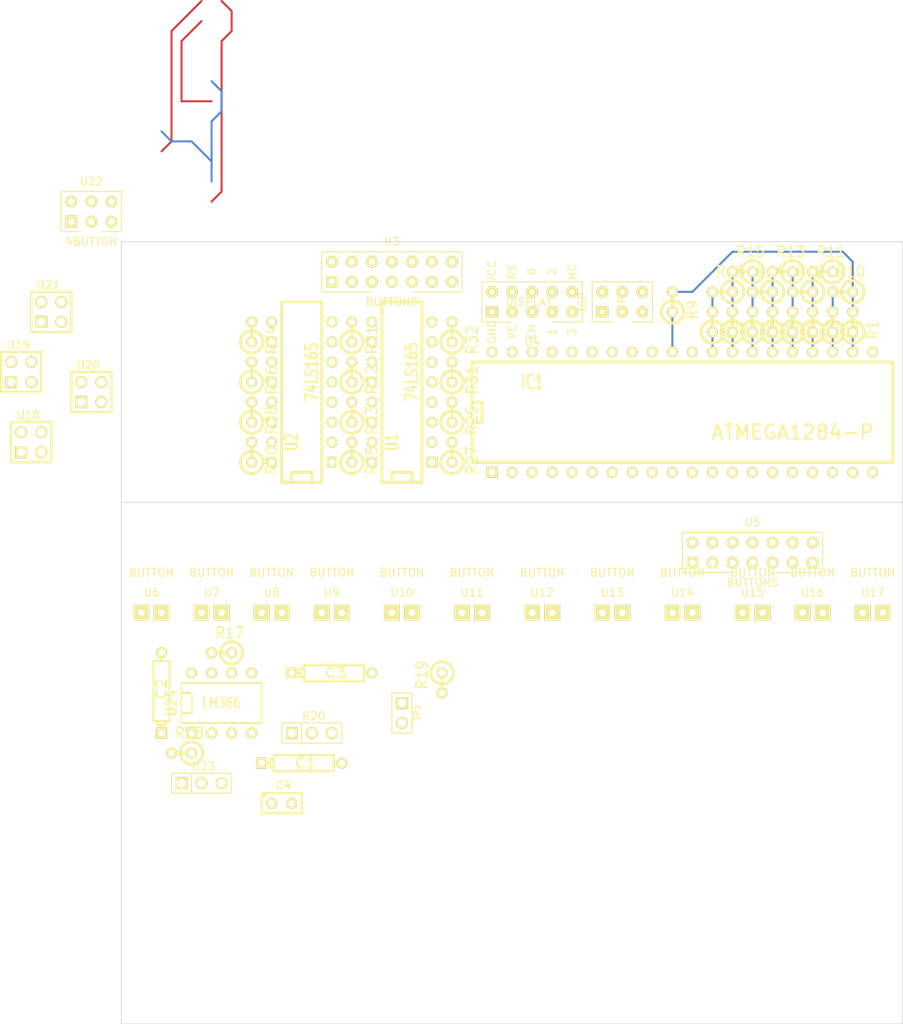
<source format=kicad_pcb>
(kicad_pcb (version 3) (host pcbnew "(2013-07-07 BZR 4022)-stable")

  (general
    (links 128)
    (no_connects 105)
    (area 20.269999 12.649999 119.430001 111.810001)
    (thickness 1.6)
    (drawings 6)
    (tracks 46)
    (zones 0)
    (modules 63)
    (nets 74)
  )

  (page A3)
  (layers
    (15 F.Cu signal)
    (0 B.Cu signal)
    (16 B.Adhes user)
    (17 F.Adhes user)
    (18 B.Paste user)
    (19 F.Paste user)
    (20 B.SilkS user)
    (21 F.SilkS user)
    (22 B.Mask user)
    (23 F.Mask user)
    (24 Dwgs.User user)
    (25 Cmts.User user)
    (26 Eco1.User user)
    (27 Eco2.User user)
    (28 Edge.Cuts user)
  )

  (setup
    (last_trace_width 0.254)
    (trace_clearance 0.254)
    (zone_clearance 0.508)
    (zone_45_only no)
    (trace_min 0.254)
    (segment_width 0.2)
    (edge_width 0.1)
    (via_size 0.889)
    (via_drill 0.635)
    (via_min_size 0.889)
    (via_min_drill 0.508)
    (uvia_size 0.508)
    (uvia_drill 0.127)
    (uvias_allowed no)
    (uvia_min_size 0.508)
    (uvia_min_drill 0.127)
    (pcb_text_width 0.3)
    (pcb_text_size 1.5 1.5)
    (mod_edge_width 0.15)
    (mod_text_size 1 1)
    (mod_text_width 0.15)
    (pad_size 1.5 1.5)
    (pad_drill 0.8128)
    (pad_to_mask_clearance 0)
    (aux_axis_origin 0 0)
    (visible_elements FFFFFFBF)
    (pcbplotparams
      (layerselection 3178497)
      (usegerberextensions true)
      (excludeedgelayer true)
      (linewidth 0.150000)
      (plotframeref false)
      (viasonmask false)
      (mode 1)
      (useauxorigin false)
      (hpglpennumber 1)
      (hpglpenspeed 20)
      (hpglpendiameter 15)
      (hpglpenoverlay 2)
      (psnegative false)
      (psa4output false)
      (plotreference true)
      (plotvalue true)
      (plotothertext true)
      (plotinvisibletext false)
      (padsonsilk false)
      (subtractmaskfromsilk false)
      (outputformat 1)
      (mirror false)
      (drillshape 1)
      (scaleselection 1)
      (outputdirectory ""))
  )

  (net 0 "")
  (net 1 N-000001)
  (net 2 N-0000010)
  (net 3 N-00000104)
  (net 4 N-00000105)
  (net 5 N-00000106)
  (net 6 N-00000107)
  (net 7 N-00000108)
  (net 8 N-0000011)
  (net 9 N-0000012)
  (net 10 N-0000013)
  (net 11 N-0000014)
  (net 12 N-0000015)
  (net 13 N-0000016)
  (net 14 N-0000017)
  (net 15 N-0000018)
  (net 16 N-0000019)
  (net 17 N-000002)
  (net 18 N-0000020)
  (net 19 N-0000021)
  (net 20 N-0000022)
  (net 21 N-0000023)
  (net 22 N-0000024)
  (net 23 N-0000025)
  (net 24 N-0000026)
  (net 25 N-0000027)
  (net 26 N-0000028)
  (net 27 N-0000029)
  (net 28 N-000003)
  (net 29 N-0000030)
  (net 30 N-0000031)
  (net 31 N-0000032)
  (net 32 N-0000033)
  (net 33 N-0000034)
  (net 34 N-0000035)
  (net 35 N-0000036)
  (net 36 N-0000037)
  (net 37 N-0000038)
  (net 38 N-0000039)
  (net 39 N-000004)
  (net 40 N-0000040)
  (net 41 N-0000041)
  (net 42 N-0000042)
  (net 43 N-0000043)
  (net 44 N-0000044)
  (net 45 N-0000045)
  (net 46 N-0000046)
  (net 47 N-0000047)
  (net 48 N-0000048)
  (net 49 N-0000049)
  (net 50 N-000005)
  (net 51 N-0000050)
  (net 52 N-0000051)
  (net 53 N-0000056)
  (net 54 N-0000057)
  (net 55 N-0000059)
  (net 56 N-000006)
  (net 57 N-0000060)
  (net 58 N-000007)
  (net 59 N-0000075)
  (net 60 N-0000076)
  (net 61 N-0000077)
  (net 62 N-0000078)
  (net 63 N-0000079)
  (net 64 N-000008)
  (net 65 N-0000080)
  (net 66 N-0000084)
  (net 67 N-0000085)
  (net 68 N-0000087)
  (net 69 N-0000089)
  (net 70 N-000009)
  (net 71 N-0000091)
  (net 72 N-0000093)
  (net 73 N-0000095)

  (net_class Default "This is the default net class."
    (clearance 0.254)
    (trace_width 0.254)
    (via_dia 0.889)
    (via_drill 0.635)
    (uvia_dia 0.508)
    (uvia_drill 0.127)
    (add_net "")
    (add_net N-000001)
    (add_net N-0000010)
    (add_net N-00000104)
    (add_net N-00000105)
    (add_net N-00000106)
    (add_net N-00000107)
    (add_net N-00000108)
    (add_net N-0000011)
    (add_net N-0000012)
    (add_net N-0000013)
    (add_net N-0000014)
    (add_net N-0000015)
    (add_net N-0000016)
    (add_net N-0000017)
    (add_net N-0000018)
    (add_net N-0000019)
    (add_net N-000002)
    (add_net N-0000020)
    (add_net N-0000021)
    (add_net N-0000022)
    (add_net N-0000023)
    (add_net N-0000024)
    (add_net N-0000025)
    (add_net N-0000026)
    (add_net N-0000027)
    (add_net N-0000028)
    (add_net N-0000029)
    (add_net N-000003)
    (add_net N-0000030)
    (add_net N-0000031)
    (add_net N-0000032)
    (add_net N-0000033)
    (add_net N-0000034)
    (add_net N-0000035)
    (add_net N-0000036)
    (add_net N-0000037)
    (add_net N-0000038)
    (add_net N-0000039)
    (add_net N-000004)
    (add_net N-0000040)
    (add_net N-0000041)
    (add_net N-0000042)
    (add_net N-0000043)
    (add_net N-0000044)
    (add_net N-0000045)
    (add_net N-0000046)
    (add_net N-0000047)
    (add_net N-0000048)
    (add_net N-0000049)
    (add_net N-000005)
    (add_net N-0000050)
    (add_net N-0000051)
    (add_net N-0000056)
    (add_net N-0000057)
    (add_net N-0000059)
    (add_net N-000006)
    (add_net N-0000060)
    (add_net N-000007)
    (add_net N-0000075)
    (add_net N-0000076)
    (add_net N-0000077)
    (add_net N-0000078)
    (add_net N-0000079)
    (add_net N-000008)
    (add_net N-0000080)
    (add_net N-0000084)
    (add_net N-0000085)
    (add_net N-0000087)
    (add_net N-0000089)
    (add_net N-000009)
    (add_net N-0000091)
    (add_net N-0000093)
    (add_net N-0000095)
  )

  (module R1 (layer F.Cu) (tedit 200000) (tstamp 5448079A)
    (at 90.17 20.32 90)
    (descr "Resistance verticale")
    (tags R)
    (path /5447E9BB)
    (autoplace_cost90 10)
    (autoplace_cost180 10)
    (fp_text reference R9 (at -1.016 2.54 90) (layer F.SilkS)
      (effects (font (size 1.397 1.27) (thickness 0.2032)))
    )
    (fp_text value R (at -1.143 2.54 90) (layer F.SilkS) hide
      (effects (font (size 1.397 1.27) (thickness 0.2032)))
    )
    (fp_line (start -1.27 0) (end 1.27 0) (layer F.SilkS) (width 0.381))
    (fp_circle (center -1.27 0) (end -0.635 1.27) (layer F.SilkS) (width 0.381))
    (pad 1 thru_hole circle (at -1.27 0 90) (size 1.397 1.397) (drill 0.8128)
      (layers *.Cu *.Mask F.SilkS)
      (net 4 N-00000105)
    )
    (pad 2 thru_hole circle (at 1.27 0 90) (size 1.397 1.397) (drill 0.8128)
      (layers *.Cu *.Mask F.SilkS)
      (net 55 N-0000059)
    )
    (model discret/verti_resistor.wrl
      (at (xyz 0 0 0))
      (scale (xyz 1 1 1))
      (rotate (xyz 0 0 0))
    )
  )

  (module R1 (layer F.Cu) (tedit 200000) (tstamp 544807A2)
    (at 109.22 16.51 180)
    (descr "Resistance verticale")
    (tags R)
    (path /5447E9D9)
    (autoplace_cost90 10)
    (autoplace_cost180 10)
    (fp_text reference R11 (at -1.016 2.54 180) (layer F.SilkS)
      (effects (font (size 1.397 1.27) (thickness 0.2032)))
    )
    (fp_text value R (at -1.143 2.54 180) (layer F.SilkS) hide
      (effects (font (size 1.397 1.27) (thickness 0.2032)))
    )
    (fp_line (start -1.27 0) (end 1.27 0) (layer F.SilkS) (width 0.381))
    (fp_circle (center -1.27 0) (end -0.635 1.27) (layer F.SilkS) (width 0.381))
    (pad 1 thru_hole circle (at -1.27 0 180) (size 1.397 1.397) (drill 0.8128)
      (layers *.Cu *.Mask F.SilkS)
      (net 57 N-0000060)
    )
    (pad 2 thru_hole circle (at 1.27 0 180) (size 1.397 1.397) (drill 0.8128)
      (layers *.Cu *.Mask F.SilkS)
      (net 65 N-0000080)
    )
    (model discret/verti_resistor.wrl
      (at (xyz 0 0 0))
      (scale (xyz 1 1 1))
      (rotate (xyz 0 0 0))
    )
  )

  (module R1 (layer F.Cu) (tedit 200000) (tstamp 544807AA)
    (at 106.68 19.05 180)
    (descr "Resistance verticale")
    (tags R)
    (path /5447E9E8)
    (autoplace_cost90 10)
    (autoplace_cost180 10)
    (fp_text reference R12 (at -1.016 2.54 180) (layer F.SilkS)
      (effects (font (size 1.397 1.27) (thickness 0.2032)))
    )
    (fp_text value R (at -1.143 2.54 180) (layer F.SilkS) hide
      (effects (font (size 1.397 1.27) (thickness 0.2032)))
    )
    (fp_line (start -1.27 0) (end 1.27 0) (layer F.SilkS) (width 0.381))
    (fp_circle (center -1.27 0) (end -0.635 1.27) (layer F.SilkS) (width 0.381))
    (pad 1 thru_hole circle (at -1.27 0 180) (size 1.397 1.397) (drill 0.8128)
      (layers *.Cu *.Mask F.SilkS)
      (net 65 N-0000080)
    )
    (pad 2 thru_hole circle (at 1.27 0 180) (size 1.397 1.397) (drill 0.8128)
      (layers *.Cu *.Mask F.SilkS)
      (net 59 N-0000075)
    )
    (model discret/verti_resistor.wrl
      (at (xyz 0 0 0))
      (scale (xyz 1 1 1))
      (rotate (xyz 0 0 0))
    )
  )

  (module R1 (layer F.Cu) (tedit 200000) (tstamp 544807B2)
    (at 104.14 16.51 180)
    (descr "Resistance verticale")
    (tags R)
    (path /5447E9F7)
    (autoplace_cost90 10)
    (autoplace_cost180 10)
    (fp_text reference R13 (at -1.016 2.54 180) (layer F.SilkS)
      (effects (font (size 1.397 1.27) (thickness 0.2032)))
    )
    (fp_text value R (at -1.143 2.54 180) (layer F.SilkS) hide
      (effects (font (size 1.397 1.27) (thickness 0.2032)))
    )
    (fp_line (start -1.27 0) (end 1.27 0) (layer F.SilkS) (width 0.381))
    (fp_circle (center -1.27 0) (end -0.635 1.27) (layer F.SilkS) (width 0.381))
    (pad 1 thru_hole circle (at -1.27 0 180) (size 1.397 1.397) (drill 0.8128)
      (layers *.Cu *.Mask F.SilkS)
      (net 59 N-0000075)
    )
    (pad 2 thru_hole circle (at 1.27 0 180) (size 1.397 1.397) (drill 0.8128)
      (layers *.Cu *.Mask F.SilkS)
      (net 60 N-0000076)
    )
    (model discret/verti_resistor.wrl
      (at (xyz 0 0 0))
      (scale (xyz 1 1 1))
      (rotate (xyz 0 0 0))
    )
  )

  (module R1 (layer F.Cu) (tedit 200000) (tstamp 544807BA)
    (at 101.6 19.05 180)
    (descr "Resistance verticale")
    (tags R)
    (path /5447EA06)
    (autoplace_cost90 10)
    (autoplace_cost180 10)
    (fp_text reference R14 (at -1.016 2.54 180) (layer F.SilkS)
      (effects (font (size 1.397 1.27) (thickness 0.2032)))
    )
    (fp_text value R (at -1.143 2.54 180) (layer F.SilkS) hide
      (effects (font (size 1.397 1.27) (thickness 0.2032)))
    )
    (fp_line (start -1.27 0) (end 1.27 0) (layer F.SilkS) (width 0.381))
    (fp_circle (center -1.27 0) (end -0.635 1.27) (layer F.SilkS) (width 0.381))
    (pad 1 thru_hole circle (at -1.27 0 180) (size 1.397 1.397) (drill 0.8128)
      (layers *.Cu *.Mask F.SilkS)
      (net 60 N-0000076)
    )
    (pad 2 thru_hole circle (at 1.27 0 180) (size 1.397 1.397) (drill 0.8128)
      (layers *.Cu *.Mask F.SilkS)
      (net 61 N-0000077)
    )
    (model discret/verti_resistor.wrl
      (at (xyz 0 0 0))
      (scale (xyz 1 1 1))
      (rotate (xyz 0 0 0))
    )
  )

  (module R1 (layer F.Cu) (tedit 200000) (tstamp 544807C2)
    (at 99.06 16.51 180)
    (descr "Resistance verticale")
    (tags R)
    (path /5447EA15)
    (autoplace_cost90 10)
    (autoplace_cost180 10)
    (fp_text reference R15 (at -1.016 2.54 180) (layer F.SilkS)
      (effects (font (size 1.397 1.27) (thickness 0.2032)))
    )
    (fp_text value R (at -1.143 2.54 180) (layer F.SilkS) hide
      (effects (font (size 1.397 1.27) (thickness 0.2032)))
    )
    (fp_line (start -1.27 0) (end 1.27 0) (layer F.SilkS) (width 0.381))
    (fp_circle (center -1.27 0) (end -0.635 1.27) (layer F.SilkS) (width 0.381))
    (pad 1 thru_hole circle (at -1.27 0 180) (size 1.397 1.397) (drill 0.8128)
      (layers *.Cu *.Mask F.SilkS)
      (net 61 N-0000077)
    )
    (pad 2 thru_hole circle (at 1.27 0 180) (size 1.397 1.397) (drill 0.8128)
      (layers *.Cu *.Mask F.SilkS)
      (net 62 N-0000078)
    )
    (model discret/verti_resistor.wrl
      (at (xyz 0 0 0))
      (scale (xyz 1 1 1))
      (rotate (xyz 0 0 0))
    )
  )

  (module R1 (layer F.Cu) (tedit 200000) (tstamp 544807CA)
    (at 113.03 22.86 90)
    (descr "Resistance verticale")
    (tags R)
    (path /5447EA24)
    (autoplace_cost90 10)
    (autoplace_cost180 10)
    (fp_text reference R1 (at -1.016 2.54 90) (layer F.SilkS)
      (effects (font (size 1.397 1.27) (thickness 0.2032)))
    )
    (fp_text value R (at -1.143 2.54 90) (layer F.SilkS) hide
      (effects (font (size 1.397 1.27) (thickness 0.2032)))
    )
    (fp_line (start -1.27 0) (end 1.27 0) (layer F.SilkS) (width 0.381))
    (fp_circle (center -1.27 0) (end -0.635 1.27) (layer F.SilkS) (width 0.381))
    (pad 1 thru_hole circle (at -1.27 0 90) (size 1.397 1.397) (drill 0.8128)
      (layers *.Cu *.Mask F.SilkS)
      (net 66 N-0000084)
    )
    (pad 2 thru_hole circle (at 1.27 0 90) (size 1.397 1.397) (drill 0.8128)
      (layers *.Cu *.Mask F.SilkS)
      (net 55 N-0000059)
    )
    (model discret/verti_resistor.wrl
      (at (xyz 0 0 0))
      (scale (xyz 1 1 1))
      (rotate (xyz 0 0 0))
    )
  )

  (module R1 (layer F.Cu) (tedit 200000) (tstamp 544807D2)
    (at 110.49 22.86 90)
    (descr "Resistance verticale")
    (tags R)
    (path /5447EA33)
    (autoplace_cost90 10)
    (autoplace_cost180 10)
    (fp_text reference R2 (at -1.016 2.54 90) (layer F.SilkS)
      (effects (font (size 1.397 1.27) (thickness 0.2032)))
    )
    (fp_text value R (at -1.143 2.54 90) (layer F.SilkS) hide
      (effects (font (size 1.397 1.27) (thickness 0.2032)))
    )
    (fp_line (start -1.27 0) (end 1.27 0) (layer F.SilkS) (width 0.381))
    (fp_circle (center -1.27 0) (end -0.635 1.27) (layer F.SilkS) (width 0.381))
    (pad 1 thru_hole circle (at -1.27 0 90) (size 1.397 1.397) (drill 0.8128)
      (layers *.Cu *.Mask F.SilkS)
      (net 71 N-0000091)
    )
    (pad 2 thru_hole circle (at 1.27 0 90) (size 1.397 1.397) (drill 0.8128)
      (layers *.Cu *.Mask F.SilkS)
      (net 57 N-0000060)
    )
    (model discret/verti_resistor.wrl
      (at (xyz 0 0 0))
      (scale (xyz 1 1 1))
      (rotate (xyz 0 0 0))
    )
  )

  (module R1 (layer F.Cu) (tedit 200000) (tstamp 544807DA)
    (at 107.95 22.86 90)
    (descr "Resistance verticale")
    (tags R)
    (path /5447EA42)
    (autoplace_cost90 10)
    (autoplace_cost180 10)
    (fp_text reference R3 (at -1.016 2.54 90) (layer F.SilkS)
      (effects (font (size 1.397 1.27) (thickness 0.2032)))
    )
    (fp_text value R (at -1.143 2.54 90) (layer F.SilkS) hide
      (effects (font (size 1.397 1.27) (thickness 0.2032)))
    )
    (fp_line (start -1.27 0) (end 1.27 0) (layer F.SilkS) (width 0.381))
    (fp_circle (center -1.27 0) (end -0.635 1.27) (layer F.SilkS) (width 0.381))
    (pad 1 thru_hole circle (at -1.27 0 90) (size 1.397 1.397) (drill 0.8128)
      (layers *.Cu *.Mask F.SilkS)
      (net 68 N-0000087)
    )
    (pad 2 thru_hole circle (at 1.27 0 90) (size 1.397 1.397) (drill 0.8128)
      (layers *.Cu *.Mask F.SilkS)
      (net 65 N-0000080)
    )
    (model discret/verti_resistor.wrl
      (at (xyz 0 0 0))
      (scale (xyz 1 1 1))
      (rotate (xyz 0 0 0))
    )
  )

  (module R1 (layer F.Cu) (tedit 200000) (tstamp 544807E2)
    (at 105.41 22.86 90)
    (descr "Resistance verticale")
    (tags R)
    (path /5447EA51)
    (autoplace_cost90 10)
    (autoplace_cost180 10)
    (fp_text reference R4 (at -1.016 2.54 90) (layer F.SilkS)
      (effects (font (size 1.397 1.27) (thickness 0.2032)))
    )
    (fp_text value R (at -1.143 2.54 90) (layer F.SilkS) hide
      (effects (font (size 1.397 1.27) (thickness 0.2032)))
    )
    (fp_line (start -1.27 0) (end 1.27 0) (layer F.SilkS) (width 0.381))
    (fp_circle (center -1.27 0) (end -0.635 1.27) (layer F.SilkS) (width 0.381))
    (pad 1 thru_hole circle (at -1.27 0 90) (size 1.397 1.397) (drill 0.8128)
      (layers *.Cu *.Mask F.SilkS)
      (net 69 N-0000089)
    )
    (pad 2 thru_hole circle (at 1.27 0 90) (size 1.397 1.397) (drill 0.8128)
      (layers *.Cu *.Mask F.SilkS)
      (net 59 N-0000075)
    )
    (model discret/verti_resistor.wrl
      (at (xyz 0 0 0))
      (scale (xyz 1 1 1))
      (rotate (xyz 0 0 0))
    )
  )

  (module R1 (layer F.Cu) (tedit 200000) (tstamp 544807EA)
    (at 102.87 22.86 90)
    (descr "Resistance verticale")
    (tags R)
    (path /5447EA60)
    (autoplace_cost90 10)
    (autoplace_cost180 10)
    (fp_text reference R5 (at -1.016 2.54 90) (layer F.SilkS)
      (effects (font (size 1.397 1.27) (thickness 0.2032)))
    )
    (fp_text value R (at -1.143 2.54 90) (layer F.SilkS) hide
      (effects (font (size 1.397 1.27) (thickness 0.2032)))
    )
    (fp_line (start -1.27 0) (end 1.27 0) (layer F.SilkS) (width 0.381))
    (fp_circle (center -1.27 0) (end -0.635 1.27) (layer F.SilkS) (width 0.381))
    (pad 1 thru_hole circle (at -1.27 0 90) (size 1.397 1.397) (drill 0.8128)
      (layers *.Cu *.Mask F.SilkS)
      (net 67 N-0000085)
    )
    (pad 2 thru_hole circle (at 1.27 0 90) (size 1.397 1.397) (drill 0.8128)
      (layers *.Cu *.Mask F.SilkS)
      (net 60 N-0000076)
    )
    (model discret/verti_resistor.wrl
      (at (xyz 0 0 0))
      (scale (xyz 1 1 1))
      (rotate (xyz 0 0 0))
    )
  )

  (module R1 (layer F.Cu) (tedit 200000) (tstamp 544807F2)
    (at 100.33 22.86 90)
    (descr "Resistance verticale")
    (tags R)
    (path /5447EA6F)
    (autoplace_cost90 10)
    (autoplace_cost180 10)
    (fp_text reference R6 (at -1.016 2.54 90) (layer F.SilkS)
      (effects (font (size 1.397 1.27) (thickness 0.2032)))
    )
    (fp_text value R (at -1.143 2.54 90) (layer F.SilkS) hide
      (effects (font (size 1.397 1.27) (thickness 0.2032)))
    )
    (fp_line (start -1.27 0) (end 1.27 0) (layer F.SilkS) (width 0.381))
    (fp_circle (center -1.27 0) (end -0.635 1.27) (layer F.SilkS) (width 0.381))
    (pad 1 thru_hole circle (at -1.27 0 90) (size 1.397 1.397) (drill 0.8128)
      (layers *.Cu *.Mask F.SilkS)
      (net 72 N-0000093)
    )
    (pad 2 thru_hole circle (at 1.27 0 90) (size 1.397 1.397) (drill 0.8128)
      (layers *.Cu *.Mask F.SilkS)
      (net 61 N-0000077)
    )
    (model discret/verti_resistor.wrl
      (at (xyz 0 0 0))
      (scale (xyz 1 1 1))
      (rotate (xyz 0 0 0))
    )
  )

  (module R1 (layer F.Cu) (tedit 200000) (tstamp 544807FA)
    (at 96.52 19.05 180)
    (descr "Resistance verticale")
    (tags R)
    (path /5447EAE5)
    (autoplace_cost90 10)
    (autoplace_cost180 10)
    (fp_text reference R16 (at -1.016 2.54 180) (layer F.SilkS)
      (effects (font (size 1.397 1.27) (thickness 0.2032)))
    )
    (fp_text value R (at -1.143 2.54 180) (layer F.SilkS) hide
      (effects (font (size 1.397 1.27) (thickness 0.2032)))
    )
    (fp_line (start -1.27 0) (end 1.27 0) (layer F.SilkS) (width 0.381))
    (fp_circle (center -1.27 0) (end -0.635 1.27) (layer F.SilkS) (width 0.381))
    (pad 1 thru_hole circle (at -1.27 0 180) (size 1.397 1.397) (drill 0.8128)
      (layers *.Cu *.Mask F.SilkS)
      (net 62 N-0000078)
    )
    (pad 2 thru_hole circle (at 1.27 0 180) (size 1.397 1.397) (drill 0.8128)
      (layers *.Cu *.Mask F.SilkS)
      (net 63 N-0000079)
    )
    (model discret/verti_resistor.wrl
      (at (xyz 0 0 0))
      (scale (xyz 1 1 1))
      (rotate (xyz 0 0 0))
    )
  )

  (module R1 (layer F.Cu) (tedit 200000) (tstamp 54480802)
    (at 97.79 22.86 90)
    (descr "Resistance verticale")
    (tags R)
    (path /5447EAF4)
    (autoplace_cost90 10)
    (autoplace_cost180 10)
    (fp_text reference R7 (at -1.016 2.54 90) (layer F.SilkS)
      (effects (font (size 1.397 1.27) (thickness 0.2032)))
    )
    (fp_text value R (at -1.143 2.54 90) (layer F.SilkS) hide
      (effects (font (size 1.397 1.27) (thickness 0.2032)))
    )
    (fp_line (start -1.27 0) (end 1.27 0) (layer F.SilkS) (width 0.381))
    (fp_circle (center -1.27 0) (end -0.635 1.27) (layer F.SilkS) (width 0.381))
    (pad 1 thru_hole circle (at -1.27 0 90) (size 1.397 1.397) (drill 0.8128)
      (layers *.Cu *.Mask F.SilkS)
      (net 73 N-0000095)
    )
    (pad 2 thru_hole circle (at 1.27 0 90) (size 1.397 1.397) (drill 0.8128)
      (layers *.Cu *.Mask F.SilkS)
      (net 62 N-0000078)
    )
    (model discret/verti_resistor.wrl
      (at (xyz 0 0 0))
      (scale (xyz 1 1 1))
      (rotate (xyz 0 0 0))
    )
  )

  (module R1 (layer F.Cu) (tedit 200000) (tstamp 5448080A)
    (at 95.25 22.86 90)
    (descr "Resistance verticale")
    (tags R)
    (path /5447EB03)
    (autoplace_cost90 10)
    (autoplace_cost180 10)
    (fp_text reference R8 (at -1.016 2.54 90) (layer F.SilkS)
      (effects (font (size 1.397 1.27) (thickness 0.2032)))
    )
    (fp_text value R (at -1.143 2.54 90) (layer F.SilkS) hide
      (effects (font (size 1.397 1.27) (thickness 0.2032)))
    )
    (fp_line (start -1.27 0) (end 1.27 0) (layer F.SilkS) (width 0.381))
    (fp_circle (center -1.27 0) (end -0.635 1.27) (layer F.SilkS) (width 0.381))
    (pad 1 thru_hole circle (at -1.27 0 90) (size 1.397 1.397) (drill 0.8128)
      (layers *.Cu *.Mask F.SilkS)
      (net 54 N-0000057)
    )
    (pad 2 thru_hole circle (at 1.27 0 90) (size 1.397 1.397) (drill 0.8128)
      (layers *.Cu *.Mask F.SilkS)
      (net 63 N-0000079)
    )
    (model discret/verti_resistor.wrl
      (at (xyz 0 0 0))
      (scale (xyz 1 1 1))
      (rotate (xyz 0 0 0))
    )
  )

  (module DIP-40__600 (layer F.Cu) (tedit 200000) (tstamp 54480D7F)
    (at 91.44 34.29)
    (descr "Module Dil 40 pins, pads ronds, e=600 mils")
    (tags DIL)
    (path /54480CB5)
    (fp_text reference IC1 (at -19.05 -3.81) (layer F.SilkS)
      (effects (font (size 1.778 1.143) (thickness 0.3048)))
    )
    (fp_text value ATMEGA1284-P (at 13.97 2.54) (layer F.SilkS)
      (effects (font (size 1.778 1.778) (thickness 0.3048)))
    )
    (fp_line (start -26.67 -1.27) (end -25.4 -1.27) (layer F.SilkS) (width 0.381))
    (fp_line (start -25.4 -1.27) (end -25.4 1.27) (layer F.SilkS) (width 0.381))
    (fp_line (start -25.4 1.27) (end -26.67 1.27) (layer F.SilkS) (width 0.381))
    (fp_line (start -26.67 -6.35) (end 26.67 -6.35) (layer F.SilkS) (width 0.381))
    (fp_line (start 26.67 -6.35) (end 26.67 6.35) (layer F.SilkS) (width 0.381))
    (fp_line (start 26.67 6.35) (end -26.67 6.35) (layer F.SilkS) (width 0.381))
    (fp_line (start -26.67 6.35) (end -26.67 -6.35) (layer F.SilkS) (width 0.381))
    (pad 1 thru_hole rect (at -24.13 7.62) (size 1.397 1.397) (drill 0.8128)
      (layers *.Cu *.Mask F.SilkS)
      (net 19 N-0000021)
    )
    (pad 2 thru_hole circle (at -21.59 7.62) (size 1.397 1.397) (drill 0.8128)
      (layers *.Cu *.Mask F.SilkS)
    )
    (pad 3 thru_hole circle (at -19.05 7.62) (size 1.397 1.397) (drill 0.8128)
      (layers *.Cu *.Mask F.SilkS)
    )
    (pad 4 thru_hole circle (at -16.51 7.62) (size 1.397 1.397) (drill 0.8128)
      (layers *.Cu *.Mask F.SilkS)
    )
    (pad 5 thru_hole circle (at -13.97 7.62) (size 1.397 1.397) (drill 0.8128)
      (layers *.Cu *.Mask F.SilkS)
      (net 16 N-0000019)
    )
    (pad 6 thru_hole circle (at -11.43 7.62) (size 1.397 1.397) (drill 0.8128)
      (layers *.Cu *.Mask F.SilkS)
      (net 14 N-0000017)
    )
    (pad 7 thru_hole circle (at -8.89 7.62) (size 1.397 1.397) (drill 0.8128)
      (layers *.Cu *.Mask F.SilkS)
      (net 13 N-0000016)
    )
    (pad 8 thru_hole circle (at -6.35 7.62) (size 1.397 1.397) (drill 0.8128)
      (layers *.Cu *.Mask F.SilkS)
      (net 3 N-00000104)
    )
    (pad 9 thru_hole circle (at -3.81 7.62) (size 1.397 1.397) (drill 0.8128)
      (layers *.Cu *.Mask F.SilkS)
      (net 53 N-0000056)
    )
    (pad 10 thru_hole circle (at -1.27 7.62) (size 1.397 1.397) (drill 0.8128)
      (layers *.Cu *.Mask F.SilkS)
      (net 47 N-0000047)
    )
    (pad 11 thru_hole circle (at 1.27 7.62) (size 1.397 1.397) (drill 0.8128)
      (layers *.Cu *.Mask F.SilkS)
    )
    (pad 12 thru_hole circle (at 3.81 7.62) (size 1.397 1.397) (drill 0.8128)
      (layers *.Cu *.Mask F.SilkS)
    )
    (pad 13 thru_hole circle (at 6.35 7.62) (size 1.397 1.397) (drill 0.8128)
      (layers *.Cu *.Mask F.SilkS)
    )
    (pad 14 thru_hole circle (at 8.89 7.62) (size 1.397 1.397) (drill 0.8128)
      (layers *.Cu *.Mask F.SilkS)
      (net 23 N-0000025)
    )
    (pad 15 thru_hole circle (at 11.43 7.62) (size 1.397 1.397) (drill 0.8128)
      (layers *.Cu *.Mask F.SilkS)
      (net 22 N-0000024)
    )
    (pad 16 thru_hole circle (at 13.97 7.62) (size 1.397 1.397) (drill 0.8128)
      (layers *.Cu *.Mask F.SilkS)
      (net 21 N-0000023)
    )
    (pad 17 thru_hole circle (at 16.51 7.62) (size 1.397 1.397) (drill 0.8128)
      (layers *.Cu *.Mask F.SilkS)
      (net 20 N-0000022)
    )
    (pad 18 thru_hole circle (at 19.05 7.62) (size 1.397 1.397) (drill 0.8128)
      (layers *.Cu *.Mask F.SilkS)
      (net 18 N-0000020)
    )
    (pad 19 thru_hole circle (at 21.59 7.62) (size 1.397 1.397) (drill 0.8128)
      (layers *.Cu *.Mask F.SilkS)
      (net 12 N-0000015)
    )
    (pad 20 thru_hole circle (at 24.13 7.62) (size 1.397 1.397) (drill 0.8128)
      (layers *.Cu *.Mask F.SilkS)
    )
    (pad 21 thru_hole circle (at 24.13 -7.62) (size 1.397 1.397) (drill 0.8128)
      (layers *.Cu *.Mask F.SilkS)
      (net 11 N-0000014)
    )
    (pad 22 thru_hole circle (at 21.59 -7.62) (size 1.397 1.397) (drill 0.8128)
      (layers *.Cu *.Mask F.SilkS)
      (net 66 N-0000084)
    )
    (pad 23 thru_hole circle (at 19.05 -7.62) (size 1.397 1.397) (drill 0.8128)
      (layers *.Cu *.Mask F.SilkS)
      (net 71 N-0000091)
    )
    (pad 24 thru_hole circle (at 16.51 -7.62) (size 1.397 1.397) (drill 0.8128)
      (layers *.Cu *.Mask F.SilkS)
      (net 68 N-0000087)
    )
    (pad 25 thru_hole circle (at 13.97 -7.62) (size 1.397 1.397) (drill 0.8128)
      (layers *.Cu *.Mask F.SilkS)
      (net 69 N-0000089)
    )
    (pad 26 thru_hole circle (at 11.43 -7.62) (size 1.397 1.397) (drill 0.8128)
      (layers *.Cu *.Mask F.SilkS)
      (net 67 N-0000085)
    )
    (pad 27 thru_hole circle (at 8.89 -7.62) (size 1.397 1.397) (drill 0.8128)
      (layers *.Cu *.Mask F.SilkS)
      (net 72 N-0000093)
    )
    (pad 28 thru_hole circle (at 6.35 -7.62) (size 1.397 1.397) (drill 0.8128)
      (layers *.Cu *.Mask F.SilkS)
      (net 73 N-0000095)
    )
    (pad 29 thru_hole circle (at 3.81 -7.62) (size 1.397 1.397) (drill 0.8128)
      (layers *.Cu *.Mask F.SilkS)
      (net 54 N-0000057)
    )
    (pad 30 thru_hole circle (at 1.27 -7.62) (size 1.397 1.397) (drill 0.8128)
      (layers *.Cu *.Mask F.SilkS)
    )
    (pad 31 thru_hole circle (at -1.27 -7.62) (size 1.397 1.397) (drill 0.8128)
      (layers *.Cu *.Mask F.SilkS)
      (net 4 N-00000105)
    )
    (pad 32 thru_hole circle (at -3.81 -7.62) (size 1.397 1.397) (drill 0.8128)
      (layers *.Cu *.Mask F.SilkS)
    )
    (pad 33 thru_hole circle (at -6.35 -7.62) (size 1.397 1.397) (drill 0.8128)
      (layers *.Cu *.Mask F.SilkS)
    )
    (pad 34 thru_hole circle (at -8.89 -7.62) (size 1.397 1.397) (drill 0.8128)
      (layers *.Cu *.Mask F.SilkS)
    )
    (pad 35 thru_hole circle (at -11.43 -7.62) (size 1.397 1.397) (drill 0.8128)
      (layers *.Cu *.Mask F.SilkS)
    )
    (pad 36 thru_hole circle (at -13.97 -7.62) (size 1.397 1.397) (drill 0.8128)
      (layers *.Cu *.Mask F.SilkS)
    )
    (pad 37 thru_hole circle (at -16.51 -7.62) (size 1.397 1.397) (drill 0.8128)
      (layers *.Cu *.Mask F.SilkS)
    )
    (pad 38 thru_hole circle (at -19.05 -7.62) (size 1.397 1.397) (drill 0.8128)
      (layers *.Cu *.Mask F.SilkS)
    )
    (pad 39 thru_hole circle (at -21.59 -7.62) (size 1.397 1.397) (drill 0.8128)
      (layers *.Cu *.Mask F.SilkS)
    )
    (pad 40 thru_hole circle (at -24.13 -7.62) (size 1.397 1.397) (drill 0.8128)
      (layers *.Cu *.Mask F.SilkS)
    )
    (model dil/dil_40-w600.wrl
      (at (xyz 0 0 0))
      (scale (xyz 1 1 1))
      (rotate (xyz 0 0 0))
    )
  )

  (module R1 (layer F.Cu) (tedit 200000) (tstamp 5448A3D4)
    (at 111.76 19.05 180)
    (descr "Resistance verticale")
    (tags R)
    (path /5448A3E2)
    (autoplace_cost90 10)
    (autoplace_cost180 10)
    (fp_text reference R10 (at -1.016 2.54 180) (layer F.SilkS)
      (effects (font (size 1.397 1.27) (thickness 0.2032)))
    )
    (fp_text value R (at -1.143 2.54 180) (layer F.SilkS) hide
      (effects (font (size 1.397 1.27) (thickness 0.2032)))
    )
    (fp_line (start -1.27 0) (end 1.27 0) (layer F.SilkS) (width 0.381))
    (fp_circle (center -1.27 0) (end -0.635 1.27) (layer F.SilkS) (width 0.381))
    (pad 1 thru_hole circle (at -1.27 0 180) (size 1.397 1.397) (drill 0.8128)
      (layers *.Cu *.Mask F.SilkS)
      (net 55 N-0000059)
    )
    (pad 2 thru_hole circle (at 1.27 0 180) (size 1.397 1.397) (drill 0.8128)
      (layers *.Cu *.Mask F.SilkS)
      (net 57 N-0000060)
    )
    (model discret/verti_resistor.wrl
      (at (xyz 0 0 0))
      (scale (xyz 1 1 1))
      (rotate (xyz 0 0 0))
    )
  )

  (module ISP (layer F.Cu) (tedit 54494CA4) (tstamp 54494E4B)
    (at 83.82 20.32 90)
    (path /54495641)
    (fp_text reference ISP1 (at 0 0 90) (layer F.SilkS)
      (effects (font (size 1 1) (thickness 0.15)))
    )
    (fp_text value ISP (at 0 -5.08 90) (layer F.SilkS)
      (effects (font (size 1 1) (thickness 0.15)))
    )
    (fp_line (start -2.54 -1.27) (end -2.54 -3.81) (layer F.SilkS) (width 0.15))
    (fp_line (start -2.54 -3.81) (end 2.54 -3.81) (layer F.SilkS) (width 0.15))
    (fp_line (start 2.54 -3.81) (end 2.54 3.81) (layer F.SilkS) (width 0.15))
    (fp_line (start 2.54 3.81) (end -2.54 3.81) (layer F.SilkS) (width 0.15))
    (fp_line (start -2.54 3.81) (end -2.54 1.27) (layer F.SilkS) (width 0.15))
    (pad 1 thru_hole rect (at -1.27 -2.54 90) (size 1.5 1.5) (drill 0.6)
      (layers *.Cu *.Mask F.SilkS)
      (net 13 N-0000016)
    )
    (pad 2 thru_hole circle (at 1.27 -2.54 90) (size 1.5 1.5) (drill 0.6)
      (layers *.Cu *.Mask F.SilkS)
      (net 47 N-0000047)
    )
    (pad 3 thru_hole circle (at -1.27 0 90) (size 1.5 1.5) (drill 0.6)
      (layers *.Cu *.Mask F.SilkS)
      (net 3 N-00000104)
    )
    (pad 4 thru_hole circle (at 1.27 0 90) (size 1.5 1.5) (drill 0.6)
      (layers *.Cu *.Mask F.SilkS)
      (net 14 N-0000017)
    )
    (pad 5 thru_hole circle (at -1.27 2.54 90) (size 1.5 1.5) (drill 0.6)
      (layers *.Cu *.Mask F.SilkS)
      (net 53 N-0000056)
    )
    (pad 6 thru_hole circle (at 1.27 2.54 90) (size 1.5 1.5) (drill 0.6)
      (layers *.Cu *.Mask F.SilkS)
      (net 4 N-00000105)
    )
  )

  (module DIP-16__300 (layer F.Cu) (tedit 200000) (tstamp 5449C933)
    (at 55.88 31.75 90)
    (descr "16 pins DIL package, round pads")
    (tags DIL)
    (path /54495982)
    (fp_text reference U1 (at -6.35 -1.27 90) (layer F.SilkS)
      (effects (font (size 1.524 1.143) (thickness 0.3048)))
    )
    (fp_text value 74LS165 (at 2.54 1.27 90) (layer F.SilkS)
      (effects (font (size 1.524 1.143) (thickness 0.3048)))
    )
    (fp_line (start -11.43 -1.27) (end -11.43 -1.27) (layer F.SilkS) (width 0.381))
    (fp_line (start -11.43 -1.27) (end -10.16 -1.27) (layer F.SilkS) (width 0.381))
    (fp_line (start -10.16 -1.27) (end -10.16 1.27) (layer F.SilkS) (width 0.381))
    (fp_line (start -10.16 1.27) (end -11.43 1.27) (layer F.SilkS) (width 0.381))
    (fp_line (start -11.43 -2.54) (end 11.43 -2.54) (layer F.SilkS) (width 0.381))
    (fp_line (start 11.43 -2.54) (end 11.43 2.54) (layer F.SilkS) (width 0.381))
    (fp_line (start 11.43 2.54) (end -11.43 2.54) (layer F.SilkS) (width 0.381))
    (fp_line (start -11.43 2.54) (end -11.43 -2.54) (layer F.SilkS) (width 0.381))
    (pad 1 thru_hole rect (at -8.89 3.81 90) (size 1.397 1.397) (drill 0.8128)
      (layers *.Cu *.Mask F.SilkS)
      (net 19 N-0000021)
    )
    (pad 2 thru_hole circle (at -6.35 3.81 90) (size 1.397 1.397) (drill 0.8128)
      (layers *.Cu *.Mask F.SilkS)
      (net 16 N-0000019)
    )
    (pad 3 thru_hole circle (at -3.81 3.81 90) (size 1.397 1.397) (drill 0.8128)
      (layers *.Cu *.Mask F.SilkS)
      (net 26 N-0000028)
    )
    (pad 4 thru_hole circle (at -1.27 3.81 90) (size 1.397 1.397) (drill 0.8128)
      (layers *.Cu *.Mask F.SilkS)
      (net 25 N-0000027)
    )
    (pad 5 thru_hole circle (at 1.27 3.81 90) (size 1.397 1.397) (drill 0.8128)
      (layers *.Cu *.Mask F.SilkS)
      (net 30 N-0000031)
    )
    (pad 6 thru_hole circle (at 3.81 3.81 90) (size 1.397 1.397) (drill 0.8128)
      (layers *.Cu *.Mask F.SilkS)
      (net 29 N-0000030)
    )
    (pad 7 thru_hole circle (at 6.35 3.81 90) (size 1.397 1.397) (drill 0.8128)
      (layers *.Cu *.Mask F.SilkS)
    )
    (pad 8 thru_hole circle (at 8.89 3.81 90) (size 1.397 1.397) (drill 0.8128)
      (layers *.Cu *.Mask F.SilkS)
      (net 4 N-00000105)
    )
    (pad 9 thru_hole circle (at 8.89 -3.81 90) (size 1.397 1.397) (drill 0.8128)
      (layers *.Cu *.Mask F.SilkS)
      (net 15 N-0000018)
    )
    (pad 10 thru_hole circle (at 6.35 -3.81 90) (size 1.397 1.397) (drill 0.8128)
      (layers *.Cu *.Mask F.SilkS)
    )
    (pad 11 thru_hole circle (at 3.81 -3.81 90) (size 1.397 1.397) (drill 0.8128)
      (layers *.Cu *.Mask F.SilkS)
      (net 35 N-0000036)
    )
    (pad 12 thru_hole circle (at 1.27 -3.81 90) (size 1.397 1.397) (drill 0.8128)
      (layers *.Cu *.Mask F.SilkS)
      (net 36 N-0000037)
    )
    (pad 13 thru_hole circle (at -1.27 -3.81 90) (size 1.397 1.397) (drill 0.8128)
      (layers *.Cu *.Mask F.SilkS)
      (net 27 N-0000029)
    )
    (pad 14 thru_hole circle (at -3.81 -3.81 90) (size 1.397 1.397) (drill 0.8128)
      (layers *.Cu *.Mask F.SilkS)
      (net 24 N-0000026)
    )
    (pad 15 thru_hole circle (at -6.35 -3.81 90) (size 1.397 1.397) (drill 0.8128)
      (layers *.Cu *.Mask F.SilkS)
      (net 4 N-00000105)
    )
    (pad 16 thru_hole circle (at -8.89 -3.81 90) (size 1.397 1.397) (drill 0.8128)
      (layers *.Cu *.Mask F.SilkS)
      (net 47 N-0000047)
    )
    (model dil/dil_16.wrl
      (at (xyz 0 0 0))
      (scale (xyz 1 1 1))
      (rotate (xyz 0 0 0))
    )
  )

  (module DIP-16__300 (layer F.Cu) (tedit 200000) (tstamp 5449C94F)
    (at 43.18 31.75 90)
    (descr "16 pins DIL package, round pads")
    (tags DIL)
    (path /5449599A)
    (fp_text reference U2 (at -6.35 -1.27 90) (layer F.SilkS)
      (effects (font (size 1.524 1.143) (thickness 0.3048)))
    )
    (fp_text value 74LS165 (at 2.54 1.27 90) (layer F.SilkS)
      (effects (font (size 1.524 1.143) (thickness 0.3048)))
    )
    (fp_line (start -11.43 -1.27) (end -11.43 -1.27) (layer F.SilkS) (width 0.381))
    (fp_line (start -11.43 -1.27) (end -10.16 -1.27) (layer F.SilkS) (width 0.381))
    (fp_line (start -10.16 -1.27) (end -10.16 1.27) (layer F.SilkS) (width 0.381))
    (fp_line (start -10.16 1.27) (end -11.43 1.27) (layer F.SilkS) (width 0.381))
    (fp_line (start -11.43 -2.54) (end 11.43 -2.54) (layer F.SilkS) (width 0.381))
    (fp_line (start 11.43 -2.54) (end 11.43 2.54) (layer F.SilkS) (width 0.381))
    (fp_line (start 11.43 2.54) (end -11.43 2.54) (layer F.SilkS) (width 0.381))
    (fp_line (start -11.43 2.54) (end -11.43 -2.54) (layer F.SilkS) (width 0.381))
    (pad 1 thru_hole rect (at -8.89 3.81 90) (size 1.397 1.397) (drill 0.8128)
      (layers *.Cu *.Mask F.SilkS)
    )
    (pad 2 thru_hole circle (at -6.35 3.81 90) (size 1.397 1.397) (drill 0.8128)
      (layers *.Cu *.Mask F.SilkS)
      (net 16 N-0000019)
    )
    (pad 3 thru_hole circle (at -3.81 3.81 90) (size 1.397 1.397) (drill 0.8128)
      (layers *.Cu *.Mask F.SilkS)
      (net 4 N-00000105)
    )
    (pad 4 thru_hole circle (at -1.27 3.81 90) (size 1.397 1.397) (drill 0.8128)
      (layers *.Cu *.Mask F.SilkS)
      (net 4 N-00000105)
    )
    (pad 5 thru_hole circle (at 1.27 3.81 90) (size 1.397 1.397) (drill 0.8128)
      (layers *.Cu *.Mask F.SilkS)
      (net 4 N-00000105)
    )
    (pad 6 thru_hole circle (at 3.81 3.81 90) (size 1.397 1.397) (drill 0.8128)
      (layers *.Cu *.Mask F.SilkS)
      (net 4 N-00000105)
    )
    (pad 7 thru_hole circle (at 6.35 3.81 90) (size 1.397 1.397) (drill 0.8128)
      (layers *.Cu *.Mask F.SilkS)
    )
    (pad 8 thru_hole circle (at 8.89 3.81 90) (size 1.397 1.397) (drill 0.8128)
      (layers *.Cu *.Mask F.SilkS)
      (net 4 N-00000105)
    )
    (pad 9 thru_hole circle (at 8.89 -3.81 90) (size 1.397 1.397) (drill 0.8128)
      (layers *.Cu *.Mask F.SilkS)
    )
    (pad 10 thru_hole circle (at 6.35 -3.81 90) (size 1.397 1.397) (drill 0.8128)
      (layers *.Cu *.Mask F.SilkS)
      (net 15 N-0000018)
    )
    (pad 11 thru_hole circle (at 3.81 -3.81 90) (size 1.397 1.397) (drill 0.8128)
      (layers *.Cu *.Mask F.SilkS)
      (net 34 N-0000035)
    )
    (pad 12 thru_hole circle (at 1.27 -3.81 90) (size 1.397 1.397) (drill 0.8128)
      (layers *.Cu *.Mask F.SilkS)
      (net 31 N-0000032)
    )
    (pad 13 thru_hole circle (at -1.27 -3.81 90) (size 1.397 1.397) (drill 0.8128)
      (layers *.Cu *.Mask F.SilkS)
      (net 33 N-0000034)
    )
    (pad 14 thru_hole circle (at -3.81 -3.81 90) (size 1.397 1.397) (drill 0.8128)
      (layers *.Cu *.Mask F.SilkS)
      (net 32 N-0000033)
    )
    (pad 15 thru_hole circle (at -6.35 -3.81 90) (size 1.397 1.397) (drill 0.8128)
      (layers *.Cu *.Mask F.SilkS)
      (net 4 N-00000105)
    )
    (pad 16 thru_hole circle (at -8.89 -3.81 90) (size 1.397 1.397) (drill 0.8128)
      (layers *.Cu *.Mask F.SilkS)
      (net 47 N-0000047)
    )
    (model dil/dil_16.wrl
      (at (xyz 0 0 0))
      (scale (xyz 1 1 1))
      (rotate (xyz 0 0 0))
    )
  )

  (module buttons_conn (layer F.Cu) (tedit 54499563) (tstamp 5449FB9E)
    (at 50.8 16.51)
    (path /54499B07)
    (fp_text reference U3 (at 3.81 -3.81) (layer F.SilkS)
      (effects (font (size 1 1) (thickness 0.15)))
    )
    (fp_text value BUTTONS (at 3.81 3.81) (layer F.SilkS)
      (effects (font (size 1 1) (thickness 0.15)))
    )
    (fp_line (start -5.08 -2.54) (end -5.08 2.54) (layer F.SilkS) (width 0.15))
    (fp_line (start -5.08 2.54) (end 1.27 2.54) (layer F.SilkS) (width 0.15))
    (fp_line (start -5.08 -2.54) (end 12.7 -2.54) (layer F.SilkS) (width 0.15))
    (fp_line (start 12.7 -2.54) (end 12.7 2.54) (layer F.SilkS) (width 0.15))
    (fp_line (start 12.7 2.54) (end 6.35 2.54) (layer F.SilkS) (width 0.15))
    (pad 1 thru_hole rect (at -3.81 1.27) (size 1.5 1.5) (drill 0.8128)
      (layers *.Cu *.Mask F.SilkS)
    )
    (pad 2 thru_hole circle (at -3.81 -1.27) (size 1.5 1.5) (drill 0.8128)
      (layers *.Cu *.Mask F.SilkS)
    )
    (pad 3 thru_hole circle (at -1.27 1.27) (size 1.5 1.5) (drill 0.8128)
      (layers *.Cu *.Mask F.SilkS)
    )
    (pad 4 thru_hole circle (at -1.27 -1.27) (size 1.5 1.5) (drill 0.8128)
      (layers *.Cu *.Mask F.SilkS)
    )
    (pad 5 thru_hole circle (at 1.27 1.27) (size 1.5 1.5) (drill 0.8128)
      (layers *.Cu *.Mask F.SilkS)
    )
    (pad 6 thru_hole circle (at 1.27 -1.27) (size 1.5 1.5) (drill 0.8128)
      (layers *.Cu *.Mask F.SilkS)
    )
    (pad 7 thru_hole circle (at 3.81 1.27) (size 1.5 1.5) (drill 0.8128)
      (layers *.Cu *.Mask F.SilkS)
    )
    (pad 8 thru_hole circle (at 3.81 -1.27) (size 1.5 1.5) (drill 0.8128)
      (layers *.Cu *.Mask F.SilkS)
    )
    (pad 9 thru_hole circle (at 6.35 1.27) (size 1.5 1.5) (drill 0.8128)
      (layers *.Cu *.Mask F.SilkS)
    )
    (pad 10 thru_hole circle (at 6.35 -1.27) (size 1.5 1.5) (drill 0.8128)
      (layers *.Cu *.Mask F.SilkS)
    )
    (pad 11 thru_hole circle (at 8.89 1.27) (size 1.5 1.5) (drill 0.8128)
      (layers *.Cu *.Mask F.SilkS)
    )
    (pad 12 thru_hole circle (at 8.89 -1.27) (size 1.5 1.5) (drill 0.8128)
      (layers *.Cu *.Mask F.SilkS)
    )
    (pad 13 thru_hole circle (at 11.43 1.27) (size 1.5 1.5) (drill 0.8128)
      (layers *.Cu *.Mask F.SilkS)
      (net 47 N-0000047)
    )
    (pad 14 thru_hole circle (at 11.43 -1.27) (size 1.5 1.5) (drill 0.8128)
      (layers *.Cu *.Mask F.SilkS)
    )
  )

  (module display (layer F.Cu) (tedit 544A0EEA) (tstamp 5449FC7A)
    (at 72.39 22.86)
    (path /5449A3DF)
    (fp_text reference U4 (at 0 2.54) (layer F.SilkS)
      (effects (font (size 1 1) (thickness 0.15)))
    )
    (fp_text value DISPLAY_ (at 0 -2.54) (layer F.SilkS)
      (effects (font (size 1 1) (thickness 0.15)))
    )
    (fp_line (start 6.35 -5.08) (end -6.35 -5.08) (layer F.SilkS) (width 0.15))
    (fp_line (start -6.35 -5.08) (end -6.35 0) (layer F.SilkS) (width 0.15))
    (fp_line (start -6.35 0) (end -2.54 0) (layer F.SilkS) (width 0.15))
    (fp_line (start 6.35 -5.08) (end 6.35 0) (layer F.SilkS) (width 0.15))
    (fp_line (start 6.35 0) (end 2.54 0) (layer F.SilkS) (width 0.15))
    (fp_text user NC (at 5.08 -6.35 90) (layer F.SilkS)
      (effects (font (size 1 1) (thickness 0.15)))
    )
    (fp_text user 3 (at 5.08 1.27 90) (layer F.SilkS)
      (effects (font (size 1 1) (thickness 0.15)))
    )
    (fp_text user 2 (at 2.54 -6.35 90) (layer F.SilkS)
      (effects (font (size 1 1) (thickness 0.15)))
    )
    (fp_text user 1 (at 2.54 1.27 90) (layer F.SilkS)
      (effects (font (size 1 1) (thickness 0.15)))
    )
    (fp_text user 0 (at 0 -6.35 90) (layer F.SilkS)
      (effects (font (size 1 1) (thickness 0.15)))
    )
    (fp_text user EN (at 0 1.27 90) (layer F.SilkS)
      (effects (font (size 1 1) (thickness 0.15)))
    )
    (fp_text user VE (at -2.54 1.27 90) (layer F.SilkS)
      (effects (font (size 1 1) (thickness 0.15)))
    )
    (fp_text user RS (at -2.54 -6.35 90) (layer F.SilkS)
      (effects (font (size 1 1) (thickness 0.15)))
    )
    (fp_text user VCC (at -5.08 -6.35 90) (layer F.SilkS)
      (effects (font (size 1 1) (thickness 0.15)))
    )
    (fp_text user GND (at -5.08 1.27 90) (layer F.SilkS)
      (effects (font (size 1 1) (thickness 0.15)))
    )
    (pad 4 thru_hole circle (at -2.54 -3.81) (size 1.5 1.5) (drill 0.6)
      (layers *.Cu *.Mask F.SilkS)
      (net 11 N-0000014)
    )
    (pad 6 thru_hole circle (at 0 -3.81) (size 1.5 1.5) (drill 0.6)
      (layers *.Cu *.Mask F.SilkS)
      (net 23 N-0000025)
    )
    (pad 8 thru_hole circle (at 2.54 -3.81) (size 1.5 1.5) (drill 0.6)
      (layers *.Cu *.Mask F.SilkS)
      (net 21 N-0000023)
    )
    (pad 1 thru_hole rect (at -5.08 -1.27) (size 1.5 1.5) (drill 0.6)
      (layers *.Cu *.Mask F.SilkS)
      (net 4 N-00000105)
    )
    (pad 3 thru_hole circle (at -2.54 -1.27) (size 1.5 1.5) (drill 0.6)
      (layers *.Cu *.Mask F.SilkS)
      (net 12 N-0000015)
    )
    (pad 5 thru_hole circle (at 0 -1.27) (size 1.5 1.5) (drill 0.6)
      (layers *.Cu *.Mask F.SilkS)
      (net 18 N-0000020)
    )
    (pad 7 thru_hole circle (at 2.54 -1.27) (size 1.5 1.5) (drill 0.6)
      (layers *.Cu *.Mask F.SilkS)
      (net 22 N-0000024)
    )
    (pad 2 thru_hole circle (at -5.08 -3.81) (size 1.5 1.5) (drill 0.6)
      (layers *.Cu *.Mask F.SilkS)
      (net 47 N-0000047)
    )
    (pad 9 thru_hole circle (at 5.08 -1.27) (size 1.5 1.5) (drill 0.6)
      (layers *.Cu *.Mask F.SilkS)
      (net 20 N-0000022)
    )
    (pad 10 thru_hole circle (at 5.08 -3.81) (size 1.5 1.5) (drill 0.6)
      (layers *.Cu *.Mask F.SilkS)
    )
  )

  (module buttons_conn (layer F.Cu) (tedit 54499563) (tstamp 544A14A6)
    (at 96.52 52.07)
    (path /544A1A77)
    (fp_text reference U5 (at 3.81 -3.81) (layer F.SilkS)
      (effects (font (size 1 1) (thickness 0.15)))
    )
    (fp_text value BUTTONS (at 3.81 3.81) (layer F.SilkS)
      (effects (font (size 1 1) (thickness 0.15)))
    )
    (fp_line (start -5.08 -2.54) (end -5.08 2.54) (layer F.SilkS) (width 0.15))
    (fp_line (start -5.08 2.54) (end 1.27 2.54) (layer F.SilkS) (width 0.15))
    (fp_line (start -5.08 -2.54) (end 12.7 -2.54) (layer F.SilkS) (width 0.15))
    (fp_line (start 12.7 -2.54) (end 12.7 2.54) (layer F.SilkS) (width 0.15))
    (fp_line (start 12.7 2.54) (end 6.35 2.54) (layer F.SilkS) (width 0.15))
    (pad 1 thru_hole rect (at -3.81 1.27) (size 1.5 1.5) (drill 0.8128)
      (layers *.Cu *.Mask F.SilkS)
      (net 50 N-000005)
    )
    (pad 2 thru_hole circle (at -3.81 -1.27) (size 1.5 1.5) (drill 0.8128)
      (layers *.Cu *.Mask F.SilkS)
      (net 58 N-000007)
    )
    (pad 3 thru_hole circle (at -1.27 1.27) (size 1.5 1.5) (drill 0.8128)
      (layers *.Cu *.Mask F.SilkS)
      (net 56 N-000006)
    )
    (pad 4 thru_hole circle (at -1.27 -1.27) (size 1.5 1.5) (drill 0.8128)
      (layers *.Cu *.Mask F.SilkS)
      (net 17 N-000002)
    )
    (pad 5 thru_hole circle (at 1.27 1.27) (size 1.5 1.5) (drill 0.8128)
      (layers *.Cu *.Mask F.SilkS)
      (net 1 N-000001)
    )
    (pad 6 thru_hole circle (at 1.27 -1.27) (size 1.5 1.5) (drill 0.8128)
      (layers *.Cu *.Mask F.SilkS)
      (net 28 N-000003)
    )
    (pad 7 thru_hole circle (at 3.81 1.27) (size 1.5 1.5) (drill 0.8128)
      (layers *.Cu *.Mask F.SilkS)
      (net 39 N-000004)
    )
    (pad 8 thru_hole circle (at 3.81 -1.27) (size 1.5 1.5) (drill 0.8128)
      (layers *.Cu *.Mask F.SilkS)
      (net 10 N-0000013)
    )
    (pad 9 thru_hole circle (at 6.35 1.27) (size 1.5 1.5) (drill 0.8128)
      (layers *.Cu *.Mask F.SilkS)
      (net 9 N-0000012)
    )
    (pad 10 thru_hole circle (at 6.35 -1.27) (size 1.5 1.5) (drill 0.8128)
      (layers *.Cu *.Mask F.SilkS)
      (net 8 N-0000011)
    )
    (pad 11 thru_hole circle (at 8.89 1.27) (size 1.5 1.5) (drill 0.8128)
      (layers *.Cu *.Mask F.SilkS)
      (net 2 N-0000010)
    )
    (pad 12 thru_hole circle (at 8.89 -1.27) (size 1.5 1.5) (drill 0.8128)
      (layers *.Cu *.Mask F.SilkS)
      (net 70 N-000009)
    )
    (pad 13 thru_hole circle (at 11.43 1.27) (size 1.5 1.5) (drill 0.8128)
      (layers *.Cu *.Mask F.SilkS)
      (net 7 N-00000108)
    )
    (pad 14 thru_hole circle (at 11.43 -1.27) (size 1.5 1.5) (drill 0.8128)
      (layers *.Cu *.Mask F.SilkS)
    )
  )

  (module buttons (layer F.Cu) (tedit 544A1C64) (tstamp 544A1C97)
    (at 24.13 59.69)
    (path /544A1A86)
    (fp_text reference U6 (at 0 -2.54) (layer F.SilkS)
      (effects (font (size 1 1) (thickness 0.15)))
    )
    (fp_text value BUTTON (at 0 -5.08) (layer F.SilkS)
      (effects (font (size 1 1) (thickness 0.15)))
    )
    (pad 1 thru_hole rect (at -1.27 0) (size 2 2) (drill 0.8128)
      (layers *.Cu *.Mask F.SilkS)
      (net 50 N-000005)
    )
    (pad 2 thru_hole rect (at 1.27 0) (size 2 2) (drill 0.8128)
      (layers *.Cu *.Mask F.SilkS)
      (net 7 N-00000108)
    )
  )

  (module buttons (layer F.Cu) (tedit 544A1C64) (tstamp 544A1C9D)
    (at 31.75 59.69)
    (path /544A1A95)
    (fp_text reference U7 (at 0 -2.54) (layer F.SilkS)
      (effects (font (size 1 1) (thickness 0.15)))
    )
    (fp_text value BUTTON (at 0 -5.08) (layer F.SilkS)
      (effects (font (size 1 1) (thickness 0.15)))
    )
    (pad 1 thru_hole rect (at -1.27 0) (size 2 2) (drill 0.8128)
      (layers *.Cu *.Mask F.SilkS)
      (net 58 N-000007)
    )
    (pad 2 thru_hole rect (at 1.27 0) (size 2 2) (drill 0.8128)
      (layers *.Cu *.Mask F.SilkS)
      (net 7 N-00000108)
    )
  )

  (module buttons (layer F.Cu) (tedit 544A1C64) (tstamp 544A1CA3)
    (at 39.37 59.69)
    (path /544A1AA4)
    (fp_text reference U8 (at 0 -2.54) (layer F.SilkS)
      (effects (font (size 1 1) (thickness 0.15)))
    )
    (fp_text value BUTTON (at 0 -5.08) (layer F.SilkS)
      (effects (font (size 1 1) (thickness 0.15)))
    )
    (pad 1 thru_hole rect (at -1.27 0) (size 2 2) (drill 0.8128)
      (layers *.Cu *.Mask F.SilkS)
      (net 56 N-000006)
    )
    (pad 2 thru_hole rect (at 1.27 0) (size 2 2) (drill 0.8128)
      (layers *.Cu *.Mask F.SilkS)
      (net 7 N-00000108)
    )
  )

  (module buttons (layer F.Cu) (tedit 544A1C64) (tstamp 544A1CA9)
    (at 46.99 59.69)
    (path /544A1AB3)
    (fp_text reference U9 (at 0 -2.54) (layer F.SilkS)
      (effects (font (size 1 1) (thickness 0.15)))
    )
    (fp_text value BUTTON (at 0 -5.08) (layer F.SilkS)
      (effects (font (size 1 1) (thickness 0.15)))
    )
    (pad 1 thru_hole rect (at -1.27 0) (size 2 2) (drill 0.8128)
      (layers *.Cu *.Mask F.SilkS)
      (net 17 N-000002)
    )
    (pad 2 thru_hole rect (at 1.27 0) (size 2 2) (drill 0.8128)
      (layers *.Cu *.Mask F.SilkS)
      (net 7 N-00000108)
    )
  )

  (module buttons (layer F.Cu) (tedit 544A1C64) (tstamp 544A1CAF)
    (at 55.88 59.69)
    (path /544A1AC2)
    (fp_text reference U10 (at 0 -2.54) (layer F.SilkS)
      (effects (font (size 1 1) (thickness 0.15)))
    )
    (fp_text value BUTTON (at 0 -5.08) (layer F.SilkS)
      (effects (font (size 1 1) (thickness 0.15)))
    )
    (pad 1 thru_hole rect (at -1.27 0) (size 2 2) (drill 0.8128)
      (layers *.Cu *.Mask F.SilkS)
      (net 1 N-000001)
    )
    (pad 2 thru_hole rect (at 1.27 0) (size 2 2) (drill 0.8128)
      (layers *.Cu *.Mask F.SilkS)
      (net 7 N-00000108)
    )
  )

  (module buttons (layer F.Cu) (tedit 544A1C64) (tstamp 544A1CB5)
    (at 64.77 59.69)
    (path /544A1AD1)
    (fp_text reference U11 (at 0 -2.54) (layer F.SilkS)
      (effects (font (size 1 1) (thickness 0.15)))
    )
    (fp_text value BUTTON (at 0 -5.08) (layer F.SilkS)
      (effects (font (size 1 1) (thickness 0.15)))
    )
    (pad 1 thru_hole rect (at -1.27 0) (size 2 2) (drill 0.8128)
      (layers *.Cu *.Mask F.SilkS)
      (net 28 N-000003)
    )
    (pad 2 thru_hole rect (at 1.27 0) (size 2 2) (drill 0.8128)
      (layers *.Cu *.Mask F.SilkS)
      (net 7 N-00000108)
    )
  )

  (module buttons (layer F.Cu) (tedit 544A1C64) (tstamp 544A1CBB)
    (at 73.66 59.69)
    (path /544A1AE0)
    (fp_text reference U12 (at 0 -2.54) (layer F.SilkS)
      (effects (font (size 1 1) (thickness 0.15)))
    )
    (fp_text value BUTTON (at 0 -5.08) (layer F.SilkS)
      (effects (font (size 1 1) (thickness 0.15)))
    )
    (pad 1 thru_hole rect (at -1.27 0) (size 2 2) (drill 0.8128)
      (layers *.Cu *.Mask F.SilkS)
      (net 39 N-000004)
    )
    (pad 2 thru_hole rect (at 1.27 0) (size 2 2) (drill 0.8128)
      (layers *.Cu *.Mask F.SilkS)
      (net 7 N-00000108)
    )
  )

  (module buttons (layer F.Cu) (tedit 544A1C64) (tstamp 544A1CC1)
    (at 82.55 59.69)
    (path /544A1AEF)
    (fp_text reference U13 (at 0 -2.54) (layer F.SilkS)
      (effects (font (size 1 1) (thickness 0.15)))
    )
    (fp_text value BUTTON (at 0 -5.08) (layer F.SilkS)
      (effects (font (size 1 1) (thickness 0.15)))
    )
    (pad 1 thru_hole rect (at -1.27 0) (size 2 2) (drill 0.8128)
      (layers *.Cu *.Mask F.SilkS)
      (net 10 N-0000013)
    )
    (pad 2 thru_hole rect (at 1.27 0) (size 2 2) (drill 0.8128)
      (layers *.Cu *.Mask F.SilkS)
      (net 7 N-00000108)
    )
  )

  (module buttons (layer F.Cu) (tedit 544A1C64) (tstamp 544A1CC7)
    (at 91.44 59.69)
    (path /544A1AFE)
    (fp_text reference U14 (at 0 -2.54) (layer F.SilkS)
      (effects (font (size 1 1) (thickness 0.15)))
    )
    (fp_text value BUTTON (at 0 -5.08) (layer F.SilkS)
      (effects (font (size 1 1) (thickness 0.15)))
    )
    (pad 1 thru_hole rect (at -1.27 0) (size 2 2) (drill 0.8128)
      (layers *.Cu *.Mask F.SilkS)
      (net 9 N-0000012)
    )
    (pad 2 thru_hole rect (at 1.27 0) (size 2 2) (drill 0.8128)
      (layers *.Cu *.Mask F.SilkS)
      (net 7 N-00000108)
    )
  )

  (module buttons (layer F.Cu) (tedit 544A1C64) (tstamp 544A1CCD)
    (at 100.33 59.69)
    (path /544A1B0D)
    (fp_text reference U15 (at 0 -2.54) (layer F.SilkS)
      (effects (font (size 1 1) (thickness 0.15)))
    )
    (fp_text value BUTTON (at 0 -5.08) (layer F.SilkS)
      (effects (font (size 1 1) (thickness 0.15)))
    )
    (pad 1 thru_hole rect (at -1.27 0) (size 2 2) (drill 0.8128)
      (layers *.Cu *.Mask F.SilkS)
      (net 8 N-0000011)
    )
    (pad 2 thru_hole rect (at 1.27 0) (size 2 2) (drill 0.8128)
      (layers *.Cu *.Mask F.SilkS)
      (net 7 N-00000108)
    )
  )

  (module buttons (layer F.Cu) (tedit 544A1C64) (tstamp 544A1CD3)
    (at 107.95 59.69)
    (path /544A1B1C)
    (fp_text reference U16 (at 0 -2.54) (layer F.SilkS)
      (effects (font (size 1 1) (thickness 0.15)))
    )
    (fp_text value BUTTON (at 0 -5.08) (layer F.SilkS)
      (effects (font (size 1 1) (thickness 0.15)))
    )
    (pad 1 thru_hole rect (at -1.27 0) (size 2 2) (drill 0.8128)
      (layers *.Cu *.Mask F.SilkS)
      (net 2 N-0000010)
    )
    (pad 2 thru_hole rect (at 1.27 0) (size 2 2) (drill 0.8128)
      (layers *.Cu *.Mask F.SilkS)
      (net 7 N-00000108)
    )
  )

  (module buttons (layer F.Cu) (tedit 544A1C64) (tstamp 544A1CD9)
    (at 115.57 59.69)
    (path /544A1B2B)
    (fp_text reference U17 (at 0 -2.54) (layer F.SilkS)
      (effects (font (size 1 1) (thickness 0.15)))
    )
    (fp_text value BUTTON (at 0 -5.08) (layer F.SilkS)
      (effects (font (size 1 1) (thickness 0.15)))
    )
    (pad 1 thru_hole rect (at -1.27 0) (size 2 2) (drill 0.8128)
      (layers *.Cu *.Mask F.SilkS)
      (net 70 N-000009)
    )
    (pad 2 thru_hole rect (at 1.27 0) (size 2 2) (drill 0.8128)
      (layers *.Cu *.Mask F.SilkS)
      (net 7 N-00000108)
    )
  )

  (module PIN_ARRAY_2X2 (layer F.Cu) (tedit 3FAB87D4) (tstamp 544C6C38)
    (at 7.62 29.21)
    (descr "Double rangee de contacts 2 x 2 pins")
    (tags CONN)
    (path /544C6B90)
    (fp_text reference U19 (at -0.381 -3.429) (layer F.SilkS)
      (effects (font (size 1.016 1.016) (thickness 0.2032)))
    )
    (fp_text value BUTTON (at 0 3.048) (layer F.SilkS) hide
      (effects (font (size 1.016 1.016) (thickness 0.2032)))
    )
    (fp_line (start -2.54 -2.54) (end 2.54 -2.54) (layer F.SilkS) (width 0.3048))
    (fp_line (start 2.54 -2.54) (end 2.54 2.54) (layer F.SilkS) (width 0.3048))
    (fp_line (start 2.54 2.54) (end -2.54 2.54) (layer F.SilkS) (width 0.3048))
    (fp_line (start -2.54 2.54) (end -2.54 -2.54) (layer F.SilkS) (width 0.3048))
    (pad 1 thru_hole rect (at -1.27 1.27) (size 1.524 1.524) (drill 1.016)
      (layers *.Cu *.Mask F.SilkS)
      (net 64 N-000008)
    )
    (pad 2 thru_hole circle (at -1.27 -1.27) (size 1.524 1.524) (drill 1.016)
      (layers *.Cu *.Mask F.SilkS)
      (net 6 N-00000107)
    )
    (pad 3 thru_hole circle (at 1.27 1.27) (size 1.524 1.524) (drill 1.016)
      (layers *.Cu *.Mask F.SilkS)
    )
    (pad 4 thru_hole circle (at 1.27 -1.27) (size 1.524 1.524) (drill 1.016)
      (layers *.Cu *.Mask F.SilkS)
    )
    (model pin_array/pins_array_2x2.wrl
      (at (xyz 0 0 0))
      (scale (xyz 1 1 1))
      (rotate (xyz 0 0 0))
    )
  )

  (module PIN_ARRAY_2X2 (layer F.Cu) (tedit 3FAB87D4) (tstamp 544C6C44)
    (at 16.51 31.75)
    (descr "Double rangee de contacts 2 x 2 pins")
    (tags CONN)
    (path /544C6B9F)
    (fp_text reference U20 (at -0.381 -3.429) (layer F.SilkS)
      (effects (font (size 1.016 1.016) (thickness 0.2032)))
    )
    (fp_text value BUTTON (at 0 3.048) (layer F.SilkS) hide
      (effects (font (size 1.016 1.016) (thickness 0.2032)))
    )
    (fp_line (start -2.54 -2.54) (end 2.54 -2.54) (layer F.SilkS) (width 0.3048))
    (fp_line (start 2.54 -2.54) (end 2.54 2.54) (layer F.SilkS) (width 0.3048))
    (fp_line (start 2.54 2.54) (end -2.54 2.54) (layer F.SilkS) (width 0.3048))
    (fp_line (start -2.54 2.54) (end -2.54 -2.54) (layer F.SilkS) (width 0.3048))
    (pad 1 thru_hole rect (at -1.27 1.27) (size 1.524 1.524) (drill 1.016)
      (layers *.Cu *.Mask F.SilkS)
      (net 44 N-0000044)
    )
    (pad 2 thru_hole circle (at -1.27 -1.27) (size 1.524 1.524) (drill 1.016)
      (layers *.Cu *.Mask F.SilkS)
      (net 6 N-00000107)
    )
    (pad 3 thru_hole circle (at 1.27 1.27) (size 1.524 1.524) (drill 1.016)
      (layers *.Cu *.Mask F.SilkS)
    )
    (pad 4 thru_hole circle (at 1.27 -1.27) (size 1.524 1.524) (drill 1.016)
      (layers *.Cu *.Mask F.SilkS)
    )
    (model pin_array/pins_array_2x2.wrl
      (at (xyz 0 0 0))
      (scale (xyz 1 1 1))
      (rotate (xyz 0 0 0))
    )
  )

  (module PIN_ARRAY_2X2 (layer F.Cu) (tedit 3FAB87D4) (tstamp 544C6C50)
    (at 11.43 21.59)
    (descr "Double rangee de contacts 2 x 2 pins")
    (tags CONN)
    (path /544C6BAE)
    (fp_text reference U21 (at -0.381 -3.429) (layer F.SilkS)
      (effects (font (size 1.016 1.016) (thickness 0.2032)))
    )
    (fp_text value BUTTON (at 0 3.048) (layer F.SilkS) hide
      (effects (font (size 1.016 1.016) (thickness 0.2032)))
    )
    (fp_line (start -2.54 -2.54) (end 2.54 -2.54) (layer F.SilkS) (width 0.3048))
    (fp_line (start 2.54 -2.54) (end 2.54 2.54) (layer F.SilkS) (width 0.3048))
    (fp_line (start 2.54 2.54) (end -2.54 2.54) (layer F.SilkS) (width 0.3048))
    (fp_line (start -2.54 2.54) (end -2.54 -2.54) (layer F.SilkS) (width 0.3048))
    (pad 1 thru_hole rect (at -1.27 1.27) (size 1.524 1.524) (drill 1.016)
      (layers *.Cu *.Mask F.SilkS)
      (net 43 N-0000043)
    )
    (pad 2 thru_hole circle (at -1.27 -1.27) (size 1.524 1.524) (drill 1.016)
      (layers *.Cu *.Mask F.SilkS)
      (net 6 N-00000107)
    )
    (pad 3 thru_hole circle (at 1.27 1.27) (size 1.524 1.524) (drill 1.016)
      (layers *.Cu *.Mask F.SilkS)
    )
    (pad 4 thru_hole circle (at 1.27 -1.27) (size 1.524 1.524) (drill 1.016)
      (layers *.Cu *.Mask F.SilkS)
    )
    (model pin_array/pins_array_2x2.wrl
      (at (xyz 0 0 0))
      (scale (xyz 1 1 1))
      (rotate (xyz 0 0 0))
    )
  )

  (module PIN_ARRAY_2X2 (layer F.Cu) (tedit 3FAB87D4) (tstamp 544C6C5C)
    (at 8.89 38.1)
    (descr "Double rangee de contacts 2 x 2 pins")
    (tags CONN)
    (path /544C6BBD)
    (fp_text reference U18 (at -0.381 -3.429) (layer F.SilkS)
      (effects (font (size 1.016 1.016) (thickness 0.2032)))
    )
    (fp_text value BUTTON (at 0 3.048) (layer F.SilkS) hide
      (effects (font (size 1.016 1.016) (thickness 0.2032)))
    )
    (fp_line (start -2.54 -2.54) (end 2.54 -2.54) (layer F.SilkS) (width 0.3048))
    (fp_line (start 2.54 -2.54) (end 2.54 2.54) (layer F.SilkS) (width 0.3048))
    (fp_line (start 2.54 2.54) (end -2.54 2.54) (layer F.SilkS) (width 0.3048))
    (fp_line (start -2.54 2.54) (end -2.54 -2.54) (layer F.SilkS) (width 0.3048))
    (pad 1 thru_hole rect (at -1.27 1.27) (size 1.524 1.524) (drill 1.016)
      (layers *.Cu *.Mask F.SilkS)
      (net 42 N-0000042)
    )
    (pad 2 thru_hole circle (at -1.27 -1.27) (size 1.524 1.524) (drill 1.016)
      (layers *.Cu *.Mask F.SilkS)
      (net 6 N-00000107)
    )
    (pad 3 thru_hole circle (at 1.27 1.27) (size 1.524 1.524) (drill 1.016)
      (layers *.Cu *.Mask F.SilkS)
    )
    (pad 4 thru_hole circle (at 1.27 -1.27) (size 1.524 1.524) (drill 1.016)
      (layers *.Cu *.Mask F.SilkS)
    )
    (model pin_array/pins_array_2x2.wrl
      (at (xyz 0 0 0))
      (scale (xyz 1 1 1))
      (rotate (xyz 0 0 0))
    )
  )

  (module 4buttons (layer F.Cu) (tedit 544C6F12) (tstamp 544C7041)
    (at 16.51 8.89)
    (path /544C70DE)
    (fp_text reference U22 (at 0 -3.81) (layer F.SilkS)
      (effects (font (size 1 1) (thickness 0.15)))
    )
    (fp_text value 4BUTTON (at 0 3.81) (layer F.SilkS)
      (effects (font (size 1 1) (thickness 0.15)))
    )
    (fp_line (start -3.81 -2.54) (end 3.81 -2.54) (layer F.SilkS) (width 0.15))
    (fp_line (start -1.27 2.54) (end -3.81 2.54) (layer F.SilkS) (width 0.15))
    (fp_line (start -3.81 2.54) (end -3.81 -2.54) (layer F.SilkS) (width 0.15))
    (fp_line (start -3.81 -2.54) (end 3.81 -2.54) (layer F.SilkS) (width 0.15))
    (fp_line (start 3.81 -2.54) (end 3.81 2.54) (layer F.SilkS) (width 0.15))
    (fp_line (start 3.81 2.54) (end 1.27 2.54) (layer F.SilkS) (width 0.15))
    (pad 1 thru_hole rect (at -2.54 1.27) (size 1.5 1.5) (drill 0.8128)
      (layers *.Cu *.Mask F.SilkS)
      (net 64 N-000008)
    )
    (pad 2 thru_hole circle (at -2.54 -1.27) (size 1.5 1.5) (drill 0.8128)
      (layers *.Cu *.Mask F.SilkS)
      (net 42 N-0000042)
    )
    (pad 3 thru_hole circle (at 0 1.27) (size 1.5 1.5) (drill 0.8128)
      (layers *.Cu *.Mask F.SilkS)
      (net 43 N-0000043)
    )
    (pad 4 thru_hole circle (at 0 -1.27) (size 1.5 1.5) (drill 0.8128)
      (layers *.Cu *.Mask F.SilkS)
      (net 44 N-0000044)
    )
    (pad 6 thru_hole circle (at 2.54 -1.27) (size 1.5 1.5) (drill 0.8128)
      (layers *.Cu *.Mask F.SilkS)
    )
    (pad 5 thru_hole circle (at 2.54 1.27) (size 1.5 1.5) (drill 0.8128)
      (layers *.Cu *.Mask F.SilkS)
      (net 6 N-00000107)
    )
  )

  (module R1 (layer F.Cu) (tedit 200000) (tstamp 544C7893)
    (at 33.02 64.77 180)
    (descr "Resistance verticale")
    (tags R)
    (path /544C89E5)
    (autoplace_cost90 10)
    (autoplace_cost180 10)
    (fp_text reference R17 (at -1.016 2.54 180) (layer F.SilkS)
      (effects (font (size 1.397 1.27) (thickness 0.2032)))
    )
    (fp_text value R (at -1.143 2.54 180) (layer F.SilkS) hide
      (effects (font (size 1.397 1.27) (thickness 0.2032)))
    )
    (fp_line (start -1.27 0) (end 1.27 0) (layer F.SilkS) (width 0.381))
    (fp_circle (center -1.27 0) (end -0.635 1.27) (layer F.SilkS) (width 0.381))
    (pad 1 thru_hole circle (at -1.27 0 180) (size 1.397 1.397) (drill 0.8128)
      (layers *.Cu *.Mask F.SilkS)
      (net 40 N-0000040)
    )
    (pad 2 thru_hole circle (at 1.27 0 180) (size 1.397 1.397) (drill 0.8128)
      (layers *.Cu *.Mask F.SilkS)
      (net 37 N-0000038)
    )
    (model discret/verti_resistor.wrl
      (at (xyz 0 0 0))
      (scale (xyz 1 1 1))
      (rotate (xyz 0 0 0))
    )
  )

  (module R1 (layer F.Cu) (tedit 200000) (tstamp 544C789B)
    (at 27.94 77.47 180)
    (descr "Resistance verticale")
    (tags R)
    (path /544C8FA1)
    (autoplace_cost90 10)
    (autoplace_cost180 10)
    (fp_text reference R18 (at -1.016 2.54 180) (layer F.SilkS)
      (effects (font (size 1.397 1.27) (thickness 0.2032)))
    )
    (fp_text value R (at -1.143 2.54 180) (layer F.SilkS) hide
      (effects (font (size 1.397 1.27) (thickness 0.2032)))
    )
    (fp_line (start -1.27 0) (end 1.27 0) (layer F.SilkS) (width 0.381))
    (fp_circle (center -1.27 0) (end -0.635 1.27) (layer F.SilkS) (width 0.381))
    (pad 1 thru_hole circle (at -1.27 0 180) (size 1.397 1.397) (drill 0.8128)
      (layers *.Cu *.Mask F.SilkS)
      (net 52 N-0000051)
    )
    (pad 2 thru_hole circle (at 1.27 0 180) (size 1.397 1.397) (drill 0.8128)
      (layers *.Cu *.Mask F.SilkS)
      (net 48 N-0000048)
    )
    (model discret/verti_resistor.wrl
      (at (xyz 0 0 0))
      (scale (xyz 1 1 1))
      (rotate (xyz 0 0 0))
    )
  )

  (module R1 (layer F.Cu) (tedit 200000) (tstamp 544C78A3)
    (at 60.96 68.58 270)
    (descr "Resistance verticale")
    (tags R)
    (path /544C94E2)
    (autoplace_cost90 10)
    (autoplace_cost180 10)
    (fp_text reference R19 (at -1.016 2.54 270) (layer F.SilkS)
      (effects (font (size 1.397 1.27) (thickness 0.2032)))
    )
    (fp_text value R (at -1.143 2.54 270) (layer F.SilkS) hide
      (effects (font (size 1.397 1.27) (thickness 0.2032)))
    )
    (fp_line (start -1.27 0) (end 1.27 0) (layer F.SilkS) (width 0.381))
    (fp_circle (center -1.27 0) (end -0.635 1.27) (layer F.SilkS) (width 0.381))
    (pad 1 thru_hole circle (at -1.27 0 270) (size 1.397 1.397) (drill 0.8128)
      (layers *.Cu *.Mask F.SilkS)
      (net 5 N-00000106)
    )
    (pad 2 thru_hole circle (at 1.27 0 270) (size 1.397 1.397) (drill 0.8128)
      (layers *.Cu *.Mask F.SilkS)
      (net 41 N-0000041)
    )
    (model discret/verti_resistor.wrl
      (at (xyz 0 0 0))
      (scale (xyz 1 1 1))
      (rotate (xyz 0 0 0))
    )
  )

  (module PIN_ARRAY_3X1 (layer F.Cu) (tedit 4C1130E0) (tstamp 544C78AF)
    (at 44.45 74.93)
    (descr "Connecteur 3 pins")
    (tags "CONN DEV")
    (path /544C7E1C)
    (fp_text reference R20 (at 0.254 -2.159) (layer F.SilkS)
      (effects (font (size 1.016 1.016) (thickness 0.1524)))
    )
    (fp_text value POT (at 0 -2.159) (layer F.SilkS) hide
      (effects (font (size 1.016 1.016) (thickness 0.1524)))
    )
    (fp_line (start -3.81 1.27) (end -3.81 -1.27) (layer F.SilkS) (width 0.1524))
    (fp_line (start -3.81 -1.27) (end 3.81 -1.27) (layer F.SilkS) (width 0.1524))
    (fp_line (start 3.81 -1.27) (end 3.81 1.27) (layer F.SilkS) (width 0.1524))
    (fp_line (start 3.81 1.27) (end -3.81 1.27) (layer F.SilkS) (width 0.1524))
    (fp_line (start -1.27 -1.27) (end -1.27 1.27) (layer F.SilkS) (width 0.1524))
    (pad 1 thru_hole rect (at -2.54 0) (size 1.524 1.524) (drill 1.016)
      (layers *.Cu *.Mask F.SilkS)
      (net 46 N-0000046)
    )
    (pad 2 thru_hole circle (at 0 0) (size 1.524 1.524) (drill 1.016)
      (layers *.Cu *.Mask F.SilkS)
      (net 38 N-0000039)
    )
    (pad 3 thru_hole circle (at 2.54 0) (size 1.524 1.524) (drill 1.016)
      (layers *.Cu *.Mask F.SilkS)
      (net 41 N-0000041)
    )
    (model pin_array/pins_array_3x1.wrl
      (at (xyz 0 0 0))
      (scale (xyz 1 1 1))
      (rotate (xyz 0 0 0))
    )
  )

  (module PIN_ARRAY_2X1 (layer F.Cu) (tedit 4565C520) (tstamp 544C78C3)
    (at 55.88 72.39 270)
    (descr "Connecteurs 2 pins")
    (tags "CONN DEV")
    (path /544C96B9)
    (fp_text reference SP1 (at 0 -1.905 270) (layer F.SilkS)
      (effects (font (size 0.762 0.762) (thickness 0.1524)))
    )
    (fp_text value SPEAKER (at 0 -1.905 270) (layer F.SilkS) hide
      (effects (font (size 0.762 0.762) (thickness 0.1524)))
    )
    (fp_line (start -2.54 1.27) (end -2.54 -1.27) (layer F.SilkS) (width 0.1524))
    (fp_line (start -2.54 -1.27) (end 2.54 -1.27) (layer F.SilkS) (width 0.1524))
    (fp_line (start 2.54 -1.27) (end 2.54 1.27) (layer F.SilkS) (width 0.1524))
    (fp_line (start 2.54 1.27) (end -2.54 1.27) (layer F.SilkS) (width 0.1524))
    (pad 1 thru_hole rect (at -1.27 0 270) (size 1.524 1.524) (drill 1.016)
      (layers *.Cu *.Mask F.SilkS)
      (net 5 N-00000106)
    )
    (pad 2 thru_hole circle (at 1.27 0 270) (size 1.524 1.524) (drill 1.016)
      (layers *.Cu *.Mask F.SilkS)
      (net 41 N-0000041)
    )
    (model pin_array/pins_array_2x1.wrl
      (at (xyz 0 0 0))
      (scale (xyz 1 1 1))
      (rotate (xyz 0 0 0))
    )
  )

  (module DIP-8__300 (layer F.Cu) (tedit 43A7F843) (tstamp 544C78D6)
    (at 33.02 71.12)
    (descr "8 pins DIL package, round pads")
    (tags DIL)
    (path /544C77C9)
    (fp_text reference U24 (at -6.35 0 90) (layer F.SilkS)
      (effects (font (size 1.27 1.143) (thickness 0.2032)))
    )
    (fp_text value LM386 (at 0 0) (layer F.SilkS)
      (effects (font (size 1.27 1.016) (thickness 0.2032)))
    )
    (fp_line (start -5.08 -1.27) (end -3.81 -1.27) (layer F.SilkS) (width 0.254))
    (fp_line (start -3.81 -1.27) (end -3.81 1.27) (layer F.SilkS) (width 0.254))
    (fp_line (start -3.81 1.27) (end -5.08 1.27) (layer F.SilkS) (width 0.254))
    (fp_line (start -5.08 -2.54) (end 5.08 -2.54) (layer F.SilkS) (width 0.254))
    (fp_line (start 5.08 -2.54) (end 5.08 2.54) (layer F.SilkS) (width 0.254))
    (fp_line (start 5.08 2.54) (end -5.08 2.54) (layer F.SilkS) (width 0.254))
    (fp_line (start -5.08 2.54) (end -5.08 -2.54) (layer F.SilkS) (width 0.254))
    (pad 1 thru_hole rect (at -3.81 3.81) (size 1.397 1.397) (drill 0.8128)
      (layers *.Cu *.Mask F.SilkS)
      (net 52 N-0000051)
    )
    (pad 2 thru_hole circle (at -1.27 3.81) (size 1.397 1.397) (drill 0.8128)
      (layers *.Cu *.Mask F.SilkS)
      (net 41 N-0000041)
    )
    (pad 3 thru_hole circle (at 1.27 3.81) (size 1.397 1.397) (drill 0.8128)
      (layers *.Cu *.Mask F.SilkS)
      (net 38 N-0000039)
    )
    (pad 4 thru_hole circle (at 3.81 3.81) (size 1.397 1.397) (drill 0.8128)
      (layers *.Cu *.Mask F.SilkS)
      (net 41 N-0000041)
    )
    (pad 5 thru_hole circle (at 3.81 -3.81) (size 1.397 1.397) (drill 0.8128)
      (layers *.Cu *.Mask F.SilkS)
      (net 49 N-0000049)
    )
    (pad 6 thru_hole circle (at 1.27 -3.81) (size 1.397 1.397) (drill 0.8128)
      (layers *.Cu *.Mask F.SilkS)
      (net 40 N-0000040)
    )
    (pad 7 thru_hole circle (at -1.27 -3.81) (size 1.397 1.397) (drill 0.8128)
      (layers *.Cu *.Mask F.SilkS)
    )
    (pad 8 thru_hole circle (at -3.81 -3.81) (size 1.397 1.397) (drill 0.8128)
      (layers *.Cu *.Mask F.SilkS)
      (net 51 N-0000050)
    )
    (model dil/dil_8.wrl
      (at (xyz 0 0 0))
      (scale (xyz 1 1 1))
      (rotate (xyz 0 0 0))
    )
  )

  (module CP4 (layer F.Cu) (tedit 200000) (tstamp 544C78E6)
    (at 25.4 69.85 90)
    (descr "Condensateur polarise")
    (tags CP)
    (path /544C995C)
    (fp_text reference C2 (at 0.508 0 90) (layer F.SilkS)
      (effects (font (size 1.27 1.397) (thickness 0.254)))
    )
    (fp_text value CP1 (at 0.508 0 90) (layer F.SilkS) hide
      (effects (font (size 1.27 1.143) (thickness 0.254)))
    )
    (fp_line (start 5.08 0) (end 4.064 0) (layer F.SilkS) (width 0.3048))
    (fp_line (start 4.064 0) (end 4.064 1.016) (layer F.SilkS) (width 0.3048))
    (fp_line (start 4.064 1.016) (end -3.556 1.016) (layer F.SilkS) (width 0.3048))
    (fp_line (start -3.556 1.016) (end -3.556 -1.016) (layer F.SilkS) (width 0.3048))
    (fp_line (start -3.556 -1.016) (end 4.064 -1.016) (layer F.SilkS) (width 0.3048))
    (fp_line (start 4.064 -1.016) (end 4.064 0) (layer F.SilkS) (width 0.3048))
    (fp_line (start -5.08 0) (end -4.064 0) (layer F.SilkS) (width 0.3048))
    (fp_line (start -3.556 0.508) (end -4.064 0.508) (layer F.SilkS) (width 0.3048))
    (fp_line (start -4.064 0.508) (end -4.064 -0.508) (layer F.SilkS) (width 0.3048))
    (fp_line (start -4.064 -0.508) (end -3.556 -0.508) (layer F.SilkS) (width 0.3048))
    (pad 1 thru_hole rect (at -5.08 0 90) (size 1.397 1.397) (drill 0.8128)
      (layers *.Cu *.Mask F.SilkS)
      (net 48 N-0000048)
    )
    (pad 2 thru_hole circle (at 5.08 0 90) (size 1.397 1.397) (drill 0.8128)
      (layers *.Cu *.Mask F.SilkS)
      (net 51 N-0000050)
    )
    (model discret/c_pol.wrl
      (at (xyz 0 0 0))
      (scale (xyz 0.4 0.4 0.4))
      (rotate (xyz 0 0 0))
    )
  )

  (module CP4 (layer F.Cu) (tedit 200000) (tstamp 544C78F6)
    (at 43.18 78.74)
    (descr "Condensateur polarise")
    (tags CP)
    (path /544C9B51)
    (fp_text reference C1 (at 0.508 0) (layer F.SilkS)
      (effects (font (size 1.27 1.397) (thickness 0.254)))
    )
    (fp_text value CP1 (at 0.508 0) (layer F.SilkS) hide
      (effects (font (size 1.27 1.143) (thickness 0.254)))
    )
    (fp_line (start 5.08 0) (end 4.064 0) (layer F.SilkS) (width 0.3048))
    (fp_line (start 4.064 0) (end 4.064 1.016) (layer F.SilkS) (width 0.3048))
    (fp_line (start 4.064 1.016) (end -3.556 1.016) (layer F.SilkS) (width 0.3048))
    (fp_line (start -3.556 1.016) (end -3.556 -1.016) (layer F.SilkS) (width 0.3048))
    (fp_line (start -3.556 -1.016) (end 4.064 -1.016) (layer F.SilkS) (width 0.3048))
    (fp_line (start 4.064 -1.016) (end 4.064 0) (layer F.SilkS) (width 0.3048))
    (fp_line (start -5.08 0) (end -4.064 0) (layer F.SilkS) (width 0.3048))
    (fp_line (start -3.556 0.508) (end -4.064 0.508) (layer F.SilkS) (width 0.3048))
    (fp_line (start -4.064 0.508) (end -4.064 -0.508) (layer F.SilkS) (width 0.3048))
    (fp_line (start -4.064 -0.508) (end -3.556 -0.508) (layer F.SilkS) (width 0.3048))
    (pad 1 thru_hole rect (at -5.08 0) (size 1.397 1.397) (drill 0.8128)
      (layers *.Cu *.Mask F.SilkS)
      (net 40 N-0000040)
    )
    (pad 2 thru_hole circle (at 5.08 0) (size 1.397 1.397) (drill 0.8128)
      (layers *.Cu *.Mask F.SilkS)
      (net 41 N-0000041)
    )
    (model discret/c_pol.wrl
      (at (xyz 0 0 0))
      (scale (xyz 0.4 0.4 0.4))
      (rotate (xyz 0 0 0))
    )
  )

  (module CP4 (layer F.Cu) (tedit 200000) (tstamp 544C7906)
    (at 46.99 67.31)
    (descr "Condensateur polarise")
    (tags CP)
    (path /544C9C69)
    (fp_text reference C3 (at 0.508 0) (layer F.SilkS)
      (effects (font (size 1.27 1.397) (thickness 0.254)))
    )
    (fp_text value CP1 (at 0.508 0) (layer F.SilkS) hide
      (effects (font (size 1.27 1.143) (thickness 0.254)))
    )
    (fp_line (start 5.08 0) (end 4.064 0) (layer F.SilkS) (width 0.3048))
    (fp_line (start 4.064 0) (end 4.064 1.016) (layer F.SilkS) (width 0.3048))
    (fp_line (start 4.064 1.016) (end -3.556 1.016) (layer F.SilkS) (width 0.3048))
    (fp_line (start -3.556 1.016) (end -3.556 -1.016) (layer F.SilkS) (width 0.3048))
    (fp_line (start -3.556 -1.016) (end 4.064 -1.016) (layer F.SilkS) (width 0.3048))
    (fp_line (start 4.064 -1.016) (end 4.064 0) (layer F.SilkS) (width 0.3048))
    (fp_line (start -5.08 0) (end -4.064 0) (layer F.SilkS) (width 0.3048))
    (fp_line (start -3.556 0.508) (end -4.064 0.508) (layer F.SilkS) (width 0.3048))
    (fp_line (start -4.064 0.508) (end -4.064 -0.508) (layer F.SilkS) (width 0.3048))
    (fp_line (start -4.064 -0.508) (end -3.556 -0.508) (layer F.SilkS) (width 0.3048))
    (pad 1 thru_hole rect (at -5.08 0) (size 1.397 1.397) (drill 0.8128)
      (layers *.Cu *.Mask F.SilkS)
      (net 49 N-0000049)
    )
    (pad 2 thru_hole circle (at 5.08 0) (size 1.397 1.397) (drill 0.8128)
      (layers *.Cu *.Mask F.SilkS)
      (net 5 N-00000106)
    )
    (model discret/c_pol.wrl
      (at (xyz 0 0 0))
      (scale (xyz 0.4 0.4 0.4))
      (rotate (xyz 0 0 0))
    )
  )

  (module C1 (layer F.Cu) (tedit 3F92C496) (tstamp 544C7911)
    (at 40.64 83.82)
    (descr "Condensateur e = 1 pas")
    (tags C)
    (path /544CA27E)
    (fp_text reference C4 (at 0.254 -2.286) (layer F.SilkS)
      (effects (font (size 1.016 1.016) (thickness 0.2032)))
    )
    (fp_text value C (at 0 -2.286) (layer F.SilkS) hide
      (effects (font (size 1.016 1.016) (thickness 0.2032)))
    )
    (fp_line (start -2.4892 -1.27) (end 2.54 -1.27) (layer F.SilkS) (width 0.3048))
    (fp_line (start 2.54 -1.27) (end 2.54 1.27) (layer F.SilkS) (width 0.3048))
    (fp_line (start 2.54 1.27) (end -2.54 1.27) (layer F.SilkS) (width 0.3048))
    (fp_line (start -2.54 1.27) (end -2.54 -1.27) (layer F.SilkS) (width 0.3048))
    (fp_line (start -2.54 -0.635) (end -1.905 -1.27) (layer F.SilkS) (width 0.3048))
    (pad 1 thru_hole circle (at -1.27 0) (size 1.397 1.397) (drill 0.8128)
      (layers *.Cu *.Mask F.SilkS)
      (net 45 N-0000045)
    )
    (pad 2 thru_hole circle (at 1.27 0) (size 1.397 1.397) (drill 0.8128)
      (layers *.Cu *.Mask F.SilkS)
      (net 46 N-0000046)
    )
    (model discret/capa_1_pas.wrl
      (at (xyz 0 0 0))
      (scale (xyz 1 1 1))
      (rotate (xyz 0 0 0))
    )
  )

  (module PIN_ARRAY_3X1 (layer F.Cu) (tedit 4C1130E0) (tstamp 544C79F7)
    (at 30.48 81.28)
    (descr "Connecteur 3 pins")
    (tags "CONN DEV")
    (path /544C86AF)
    (fp_text reference U23 (at 0.254 -2.159) (layer F.SilkS)
      (effects (font (size 1.016 1.016) (thickness 0.1524)))
    )
    (fp_text value SPANNING_SIGNAL (at 0 -2.159) (layer F.SilkS) hide
      (effects (font (size 1.016 1.016) (thickness 0.1524)))
    )
    (fp_line (start -3.81 1.27) (end -3.81 -1.27) (layer F.SilkS) (width 0.1524))
    (fp_line (start -3.81 -1.27) (end 3.81 -1.27) (layer F.SilkS) (width 0.1524))
    (fp_line (start 3.81 -1.27) (end 3.81 1.27) (layer F.SilkS) (width 0.1524))
    (fp_line (start 3.81 1.27) (end -3.81 1.27) (layer F.SilkS) (width 0.1524))
    (fp_line (start -1.27 -1.27) (end -1.27 1.27) (layer F.SilkS) (width 0.1524))
    (pad 1 thru_hole rect (at -2.54 0) (size 1.524 1.524) (drill 1.016)
      (layers *.Cu *.Mask F.SilkS)
      (net 37 N-0000038)
    )
    (pad 2 thru_hole circle (at 0 0) (size 1.524 1.524) (drill 1.016)
      (layers *.Cu *.Mask F.SilkS)
      (net 45 N-0000045)
    )
    (pad 3 thru_hole circle (at 2.54 0) (size 1.524 1.524) (drill 1.016)
      (layers *.Cu *.Mask F.SilkS)
      (net 41 N-0000041)
    )
    (model pin_array/pins_array_3x1.wrl
      (at (xyz 0 0 0))
      (scale (xyz 1 1 1))
      (rotate (xyz 0 0 0))
    )
  )

  (module R1 (layer F.Cu) (tedit 200000) (tstamp 544C7F36)
    (at 62.23 24.13 90)
    (descr "Resistance verticale")
    (tags R)
    (path /544CB4CB)
    (autoplace_cost90 10)
    (autoplace_cost180 10)
    (fp_text reference R32 (at -1.016 2.54 90) (layer F.SilkS)
      (effects (font (size 1.397 1.27) (thickness 0.2032)))
    )
    (fp_text value R (at -1.143 2.54 90) (layer F.SilkS) hide
      (effects (font (size 1.397 1.27) (thickness 0.2032)))
    )
    (fp_line (start -1.27 0) (end 1.27 0) (layer F.SilkS) (width 0.381))
    (fp_circle (center -1.27 0) (end -0.635 1.27) (layer F.SilkS) (width 0.381))
    (pad 1 thru_hole circle (at -1.27 0 90) (size 1.397 1.397) (drill 0.8128)
      (layers *.Cu *.Mask F.SilkS)
      (net 29 N-0000030)
    )
    (pad 2 thru_hole circle (at 1.27 0 90) (size 1.397 1.397) (drill 0.8128)
      (layers *.Cu *.Mask F.SilkS)
      (net 4 N-00000105)
    )
    (model discret/verti_resistor.wrl
      (at (xyz 0 0 0))
      (scale (xyz 1 1 1))
      (rotate (xyz 0 0 0))
    )
  )

  (module R1 (layer F.Cu) (tedit 200000) (tstamp 544C7F3E)
    (at 62.23 29.21 90)
    (descr "Resistance verticale")
    (tags R)
    (path /544CB4DA)
    (autoplace_cost90 10)
    (autoplace_cost180 10)
    (fp_text reference R31 (at -1.016 2.54 90) (layer F.SilkS)
      (effects (font (size 1.397 1.27) (thickness 0.2032)))
    )
    (fp_text value R (at -1.143 2.54 90) (layer F.SilkS) hide
      (effects (font (size 1.397 1.27) (thickness 0.2032)))
    )
    (fp_line (start -1.27 0) (end 1.27 0) (layer F.SilkS) (width 0.381))
    (fp_circle (center -1.27 0) (end -0.635 1.27) (layer F.SilkS) (width 0.381))
    (pad 1 thru_hole circle (at -1.27 0 90) (size 1.397 1.397) (drill 0.8128)
      (layers *.Cu *.Mask F.SilkS)
      (net 30 N-0000031)
    )
    (pad 2 thru_hole circle (at 1.27 0 90) (size 1.397 1.397) (drill 0.8128)
      (layers *.Cu *.Mask F.SilkS)
      (net 4 N-00000105)
    )
    (model discret/verti_resistor.wrl
      (at (xyz 0 0 0))
      (scale (xyz 1 1 1))
      (rotate (xyz 0 0 0))
    )
  )

  (module R1 (layer F.Cu) (tedit 200000) (tstamp 544C7F46)
    (at 62.23 34.29 90)
    (descr "Resistance verticale")
    (tags R)
    (path /544CB4E9)
    (autoplace_cost90 10)
    (autoplace_cost180 10)
    (fp_text reference R29 (at -1.016 2.54 90) (layer F.SilkS)
      (effects (font (size 1.397 1.27) (thickness 0.2032)))
    )
    (fp_text value R (at -1.143 2.54 90) (layer F.SilkS) hide
      (effects (font (size 1.397 1.27) (thickness 0.2032)))
    )
    (fp_line (start -1.27 0) (end 1.27 0) (layer F.SilkS) (width 0.381))
    (fp_circle (center -1.27 0) (end -0.635 1.27) (layer F.SilkS) (width 0.381))
    (pad 1 thru_hole circle (at -1.27 0 90) (size 1.397 1.397) (drill 0.8128)
      (layers *.Cu *.Mask F.SilkS)
      (net 25 N-0000027)
    )
    (pad 2 thru_hole circle (at 1.27 0 90) (size 1.397 1.397) (drill 0.8128)
      (layers *.Cu *.Mask F.SilkS)
      (net 4 N-00000105)
    )
    (model discret/verti_resistor.wrl
      (at (xyz 0 0 0))
      (scale (xyz 1 1 1))
      (rotate (xyz 0 0 0))
    )
  )

  (module R1 (layer F.Cu) (tedit 200000) (tstamp 544C7F4E)
    (at 62.23 39.37 90)
    (descr "Resistance verticale")
    (tags R)
    (path /544CB4F8)
    (autoplace_cost90 10)
    (autoplace_cost180 10)
    (fp_text reference R27 (at -1.016 2.54 90) (layer F.SilkS)
      (effects (font (size 1.397 1.27) (thickness 0.2032)))
    )
    (fp_text value R (at -1.143 2.54 90) (layer F.SilkS) hide
      (effects (font (size 1.397 1.27) (thickness 0.2032)))
    )
    (fp_line (start -1.27 0) (end 1.27 0) (layer F.SilkS) (width 0.381))
    (fp_circle (center -1.27 0) (end -0.635 1.27) (layer F.SilkS) (width 0.381))
    (pad 1 thru_hole circle (at -1.27 0 90) (size 1.397 1.397) (drill 0.8128)
      (layers *.Cu *.Mask F.SilkS)
      (net 26 N-0000028)
    )
    (pad 2 thru_hole circle (at 1.27 0 90) (size 1.397 1.397) (drill 0.8128)
      (layers *.Cu *.Mask F.SilkS)
      (net 4 N-00000105)
    )
    (model discret/verti_resistor.wrl
      (at (xyz 0 0 0))
      (scale (xyz 1 1 1))
      (rotate (xyz 0 0 0))
    )
  )

  (module R1 (layer F.Cu) (tedit 200000) (tstamp 544C7F56)
    (at 49.53 39.37 90)
    (descr "Resistance verticale")
    (tags R)
    (path /544CB507)
    (autoplace_cost90 10)
    (autoplace_cost180 10)
    (fp_text reference R25 (at -1.016 2.54 90) (layer F.SilkS)
      (effects (font (size 1.397 1.27) (thickness 0.2032)))
    )
    (fp_text value R (at -1.143 2.54 90) (layer F.SilkS) hide
      (effects (font (size 1.397 1.27) (thickness 0.2032)))
    )
    (fp_line (start -1.27 0) (end 1.27 0) (layer F.SilkS) (width 0.381))
    (fp_circle (center -1.27 0) (end -0.635 1.27) (layer F.SilkS) (width 0.381))
    (pad 1 thru_hole circle (at -1.27 0 90) (size 1.397 1.397) (drill 0.8128)
      (layers *.Cu *.Mask F.SilkS)
      (net 24 N-0000026)
    )
    (pad 2 thru_hole circle (at 1.27 0 90) (size 1.397 1.397) (drill 0.8128)
      (layers *.Cu *.Mask F.SilkS)
      (net 4 N-00000105)
    )
    (model discret/verti_resistor.wrl
      (at (xyz 0 0 0))
      (scale (xyz 1 1 1))
      (rotate (xyz 0 0 0))
    )
  )

  (module R1 (layer F.Cu) (tedit 200000) (tstamp 544C7F5E)
    (at 49.53 34.29 90)
    (descr "Resistance verticale")
    (tags R)
    (path /544CB516)
    (autoplace_cost90 10)
    (autoplace_cost180 10)
    (fp_text reference R23 (at -1.016 2.54 90) (layer F.SilkS)
      (effects (font (size 1.397 1.27) (thickness 0.2032)))
    )
    (fp_text value R (at -1.143 2.54 90) (layer F.SilkS) hide
      (effects (font (size 1.397 1.27) (thickness 0.2032)))
    )
    (fp_line (start -1.27 0) (end 1.27 0) (layer F.SilkS) (width 0.381))
    (fp_circle (center -1.27 0) (end -0.635 1.27) (layer F.SilkS) (width 0.381))
    (pad 1 thru_hole circle (at -1.27 0 90) (size 1.397 1.397) (drill 0.8128)
      (layers *.Cu *.Mask F.SilkS)
      (net 27 N-0000029)
    )
    (pad 2 thru_hole circle (at 1.27 0 90) (size 1.397 1.397) (drill 0.8128)
      (layers *.Cu *.Mask F.SilkS)
      (net 4 N-00000105)
    )
    (model discret/verti_resistor.wrl
      (at (xyz 0 0 0))
      (scale (xyz 1 1 1))
      (rotate (xyz 0 0 0))
    )
  )

  (module R1 (layer F.Cu) (tedit 200000) (tstamp 544C7F66)
    (at 49.53 29.21 90)
    (descr "Resistance verticale")
    (tags R)
    (path /544CB525)
    (autoplace_cost90 10)
    (autoplace_cost180 10)
    (fp_text reference R22 (at -1.016 2.54 90) (layer F.SilkS)
      (effects (font (size 1.397 1.27) (thickness 0.2032)))
    )
    (fp_text value R (at -1.143 2.54 90) (layer F.SilkS) hide
      (effects (font (size 1.397 1.27) (thickness 0.2032)))
    )
    (fp_line (start -1.27 0) (end 1.27 0) (layer F.SilkS) (width 0.381))
    (fp_circle (center -1.27 0) (end -0.635 1.27) (layer F.SilkS) (width 0.381))
    (pad 1 thru_hole circle (at -1.27 0 90) (size 1.397 1.397) (drill 0.8128)
      (layers *.Cu *.Mask F.SilkS)
      (net 36 N-0000037)
    )
    (pad 2 thru_hole circle (at 1.27 0 90) (size 1.397 1.397) (drill 0.8128)
      (layers *.Cu *.Mask F.SilkS)
      (net 4 N-00000105)
    )
    (model discret/verti_resistor.wrl
      (at (xyz 0 0 0))
      (scale (xyz 1 1 1))
      (rotate (xyz 0 0 0))
    )
  )

  (module R1 (layer F.Cu) (tedit 200000) (tstamp 544C7F6E)
    (at 49.53 24.13 90)
    (descr "Resistance verticale")
    (tags R)
    (path /544CB61F)
    (autoplace_cost90 10)
    (autoplace_cost180 10)
    (fp_text reference R21 (at -1.016 2.54 90) (layer F.SilkS)
      (effects (font (size 1.397 1.27) (thickness 0.2032)))
    )
    (fp_text value R (at -1.143 2.54 90) (layer F.SilkS) hide
      (effects (font (size 1.397 1.27) (thickness 0.2032)))
    )
    (fp_line (start -1.27 0) (end 1.27 0) (layer F.SilkS) (width 0.381))
    (fp_circle (center -1.27 0) (end -0.635 1.27) (layer F.SilkS) (width 0.381))
    (pad 1 thru_hole circle (at -1.27 0 90) (size 1.397 1.397) (drill 0.8128)
      (layers *.Cu *.Mask F.SilkS)
      (net 35 N-0000036)
    )
    (pad 2 thru_hole circle (at 1.27 0 90) (size 1.397 1.397) (drill 0.8128)
      (layers *.Cu *.Mask F.SilkS)
      (net 4 N-00000105)
    )
    (model discret/verti_resistor.wrl
      (at (xyz 0 0 0))
      (scale (xyz 1 1 1))
      (rotate (xyz 0 0 0))
    )
  )

  (module R1 (layer F.Cu) (tedit 200000) (tstamp 544C7F76)
    (at 36.83 39.37 90)
    (descr "Resistance verticale")
    (tags R)
    (path /544CC6D6)
    (autoplace_cost90 10)
    (autoplace_cost180 10)
    (fp_text reference R30 (at -1.016 2.54 90) (layer F.SilkS)
      (effects (font (size 1.397 1.27) (thickness 0.2032)))
    )
    (fp_text value R (at -1.143 2.54 90) (layer F.SilkS) hide
      (effects (font (size 1.397 1.27) (thickness 0.2032)))
    )
    (fp_line (start -1.27 0) (end 1.27 0) (layer F.SilkS) (width 0.381))
    (fp_circle (center -1.27 0) (end -0.635 1.27) (layer F.SilkS) (width 0.381))
    (pad 1 thru_hole circle (at -1.27 0 90) (size 1.397 1.397) (drill 0.8128)
      (layers *.Cu *.Mask F.SilkS)
      (net 32 N-0000033)
    )
    (pad 2 thru_hole circle (at 1.27 0 90) (size 1.397 1.397) (drill 0.8128)
      (layers *.Cu *.Mask F.SilkS)
      (net 4 N-00000105)
    )
    (model discret/verti_resistor.wrl
      (at (xyz 0 0 0))
      (scale (xyz 1 1 1))
      (rotate (xyz 0 0 0))
    )
  )

  (module R1 (layer F.Cu) (tedit 200000) (tstamp 544C7F7E)
    (at 36.83 34.29 90)
    (descr "Resistance verticale")
    (tags R)
    (path /544CC6E5)
    (autoplace_cost90 10)
    (autoplace_cost180 10)
    (fp_text reference R28 (at -1.016 2.54 90) (layer F.SilkS)
      (effects (font (size 1.397 1.27) (thickness 0.2032)))
    )
    (fp_text value R (at -1.143 2.54 90) (layer F.SilkS) hide
      (effects (font (size 1.397 1.27) (thickness 0.2032)))
    )
    (fp_line (start -1.27 0) (end 1.27 0) (layer F.SilkS) (width 0.381))
    (fp_circle (center -1.27 0) (end -0.635 1.27) (layer F.SilkS) (width 0.381))
    (pad 1 thru_hole circle (at -1.27 0 90) (size 1.397 1.397) (drill 0.8128)
      (layers *.Cu *.Mask F.SilkS)
      (net 33 N-0000034)
    )
    (pad 2 thru_hole circle (at 1.27 0 90) (size 1.397 1.397) (drill 0.8128)
      (layers *.Cu *.Mask F.SilkS)
      (net 4 N-00000105)
    )
    (model discret/verti_resistor.wrl
      (at (xyz 0 0 0))
      (scale (xyz 1 1 1))
      (rotate (xyz 0 0 0))
    )
  )

  (module R1 (layer F.Cu) (tedit 200000) (tstamp 544C7F86)
    (at 36.83 29.21 90)
    (descr "Resistance verticale")
    (tags R)
    (path /544CC6F4)
    (autoplace_cost90 10)
    (autoplace_cost180 10)
    (fp_text reference R26 (at -1.016 2.54 90) (layer F.SilkS)
      (effects (font (size 1.397 1.27) (thickness 0.2032)))
    )
    (fp_text value R (at -1.143 2.54 90) (layer F.SilkS) hide
      (effects (font (size 1.397 1.27) (thickness 0.2032)))
    )
    (fp_line (start -1.27 0) (end 1.27 0) (layer F.SilkS) (width 0.381))
    (fp_circle (center -1.27 0) (end -0.635 1.27) (layer F.SilkS) (width 0.381))
    (pad 1 thru_hole circle (at -1.27 0 90) (size 1.397 1.397) (drill 0.8128)
      (layers *.Cu *.Mask F.SilkS)
      (net 31 N-0000032)
    )
    (pad 2 thru_hole circle (at 1.27 0 90) (size 1.397 1.397) (drill 0.8128)
      (layers *.Cu *.Mask F.SilkS)
      (net 4 N-00000105)
    )
    (model discret/verti_resistor.wrl
      (at (xyz 0 0 0))
      (scale (xyz 1 1 1))
      (rotate (xyz 0 0 0))
    )
  )

  (module R1 (layer F.Cu) (tedit 200000) (tstamp 544C7F8E)
    (at 36.83 24.13 90)
    (descr "Resistance verticale")
    (tags R)
    (path /544CC703)
    (autoplace_cost90 10)
    (autoplace_cost180 10)
    (fp_text reference R24 (at -1.016 2.54 90) (layer F.SilkS)
      (effects (font (size 1.397 1.27) (thickness 0.2032)))
    )
    (fp_text value R (at -1.143 2.54 90) (layer F.SilkS) hide
      (effects (font (size 1.397 1.27) (thickness 0.2032)))
    )
    (fp_line (start -1.27 0) (end 1.27 0) (layer F.SilkS) (width 0.381))
    (fp_circle (center -1.27 0) (end -0.635 1.27) (layer F.SilkS) (width 0.381))
    (pad 1 thru_hole circle (at -1.27 0 90) (size 1.397 1.397) (drill 0.8128)
      (layers *.Cu *.Mask F.SilkS)
      (net 34 N-0000035)
    )
    (pad 2 thru_hole circle (at 1.27 0 90) (size 1.397 1.397) (drill 0.8128)
      (layers *.Cu *.Mask F.SilkS)
      (net 4 N-00000105)
    )
    (model discret/verti_resistor.wrl
      (at (xyz 0 0 0))
      (scale (xyz 1 1 1))
      (rotate (xyz 0 0 0))
    )
  )

  (gr_line (start 40.64 45.72) (end 119.38 45.72) (angle 90) (layer Edge.Cuts) (width 0.1))
  (gr_line (start 40.64 45.72) (end 20.32 45.72) (angle 90) (layer Edge.Cuts) (width 0.1))
  (gr_line (start 20.32 12.7) (end 119.38 12.7) (angle 90) (layer Edge.Cuts) (width 0.1))
  (gr_line (start 20.32 111.76) (end 20.32 12.7) (angle 90) (layer Edge.Cuts) (width 0.1))
  (gr_line (start 119.38 111.76) (end 20.32 111.76) (angle 90) (layer Edge.Cuts) (width 0.1))
  (gr_line (start 119.38 12.7) (end 119.38 111.76) (angle 90) (layer Edge.Cuts) (width 0.1))

  (segment (start 31.75 7.62) (end 33.02 6.35) (width 0.254) (layer F.Cu) (net 0))
  (segment (start 34.29 -16.51) (end 33.02 -17.78) (width 0.254) (layer F.Cu) (net 0) (tstamp 544C70A0))
  (segment (start 34.29 -13.97) (end 34.29 -16.51) (width 0.254) (layer F.Cu) (net 0) (tstamp 544C709E))
  (segment (start 33.02 -12.7) (end 34.29 -13.97) (width 0.254) (layer F.Cu) (net 0) (tstamp 544C709D))
  (segment (start 33.02 6.35) (end 33.02 -12.7) (width 0.254) (layer F.Cu) (net 0) (tstamp 544C709C))
  (segment (start 30.48 -15.24) (end 27.94 -12.7) (width 0.254) (layer F.Cu) (net 0))
  (segment (start 27.94 -5.08) (end 31.75 -5.08) (width 0.254) (layer F.Cu) (net 0) (tstamp 544C708F))
  (segment (start 27.94 -12.7) (end 27.94 -5.08) (width 0.254) (layer F.Cu) (net 0) (tstamp 544C708E))
  (segment (start 31.75 2.54) (end 31.75 -2.54) (width 0.254) (layer B.Cu) (net 0))
  (segment (start 33.02 -6.35) (end 31.75 -7.62) (width 0.254) (layer B.Cu) (net 0) (tstamp 544C70D4))
  (segment (start 33.02 -3.81) (end 33.02 -6.35) (width 0.254) (layer B.Cu) (net 0) (tstamp 544C70D2))
  (segment (start 31.75 -2.54) (end 33.02 -3.81) (width 0.254) (layer B.Cu) (net 0) (tstamp 544C70D0))
  (segment (start 31.75 5.08) (end 31.75 2.54) (width 0.254) (layer B.Cu) (net 0))
  (segment (start 26.67 0) (end 25.4 -1.27) (width 0.254) (layer B.Cu) (net 0) (tstamp 544C70BD))
  (segment (start 29.21 0) (end 26.67 0) (width 0.254) (layer B.Cu) (net 0) (tstamp 544C70BA))
  (segment (start 31.75 2.54) (end 29.21 0) (width 0.254) (layer B.Cu) (net 0) (tstamp 544C70B3))
  (segment (start 25.4 1.27) (end 26.67 0) (width 0.254) (layer F.Cu) (net 0))
  (segment (start 26.67 -13.97) (end 30.48 -17.78) (width 0.254) (layer F.Cu) (net 0) (tstamp 544C70A5))
  (segment (start 26.67 0) (end 26.67 -13.97) (width 0.254) (layer F.Cu) (net 0) (tstamp 544C70A4))
  (segment (start 90.17 21.59) (end 90.17 26.67) (width 0.254) (layer B.Cu) (net 4))
  (segment (start 95.25 26.67) (end 95.25 24.13) (width 0.254) (layer B.Cu) (net 54))
  (segment (start 113.03 21.59) (end 113.03 19.05) (width 0.254) (layer B.Cu) (net 55))
  (segment (start 90.17 19.05) (end 92.71 19.05) (width 0.254) (layer B.Cu) (net 55))
  (segment (start 113.03 15.24) (end 113.03 19.05) (width 0.254) (layer B.Cu) (net 55) (tstamp 5448A41B))
  (segment (start 111.76 13.97) (end 113.03 15.24) (width 0.254) (layer B.Cu) (net 55) (tstamp 5448A418))
  (segment (start 97.79 13.97) (end 111.76 13.97) (width 0.254) (layer B.Cu) (net 55) (tstamp 5448A416))
  (segment (start 92.71 19.05) (end 97.79 13.97) (width 0.254) (layer B.Cu) (net 55) (tstamp 5448A410))
  (segment (start 110.49 21.59) (end 110.49 19.05) (width 0.254) (layer B.Cu) (net 57))
  (segment (start 105.41 19.05) (end 105.41 16.51) (width 0.254) (layer B.Cu) (net 59))
  (segment (start 105.41 21.59) (end 105.41 19.05) (width 0.254) (layer B.Cu) (net 59))
  (segment (start 102.87 19.05) (end 102.87 16.51) (width 0.254) (layer B.Cu) (net 60))
  (segment (start 102.87 21.59) (end 102.87 19.05) (width 0.254) (layer B.Cu) (net 60))
  (segment (start 100.33 19.05) (end 100.33 16.51) (width 0.254) (layer B.Cu) (net 61))
  (segment (start 100.33 21.59) (end 100.33 19.05) (width 0.254) (layer B.Cu) (net 61))
  (segment (start 97.79 19.05) (end 97.79 16.51) (width 0.254) (layer B.Cu) (net 62))
  (segment (start 97.79 21.59) (end 97.79 19.05) (width 0.254) (layer B.Cu) (net 62))
  (segment (start 95.25 21.59) (end 95.25 19.05) (width 0.254) (layer B.Cu) (net 63))
  (segment (start 107.95 19.05) (end 107.95 16.51) (width 0.254) (layer B.Cu) (net 65))
  (segment (start 107.95 21.59) (end 107.95 19.05) (width 0.254) (layer B.Cu) (net 65))
  (segment (start 113.03 26.67) (end 113.03 24.13) (width 0.254) (layer B.Cu) (net 66))
  (segment (start 102.87 26.67) (end 102.87 24.13) (width 0.254) (layer B.Cu) (net 67))
  (segment (start 107.95 26.67) (end 107.95 24.13) (width 0.254) (layer B.Cu) (net 68))
  (segment (start 105.41 26.67) (end 105.41 24.13) (width 0.254) (layer B.Cu) (net 69))
  (segment (start 110.49 26.67) (end 110.49 24.13) (width 0.254) (layer B.Cu) (net 71))
  (segment (start 100.33 26.67) (end 100.33 24.13) (width 0.254) (layer B.Cu) (net 72))
  (segment (start 97.79 26.67) (end 97.79 24.13) (width 0.254) (layer B.Cu) (net 73))

)

</source>
